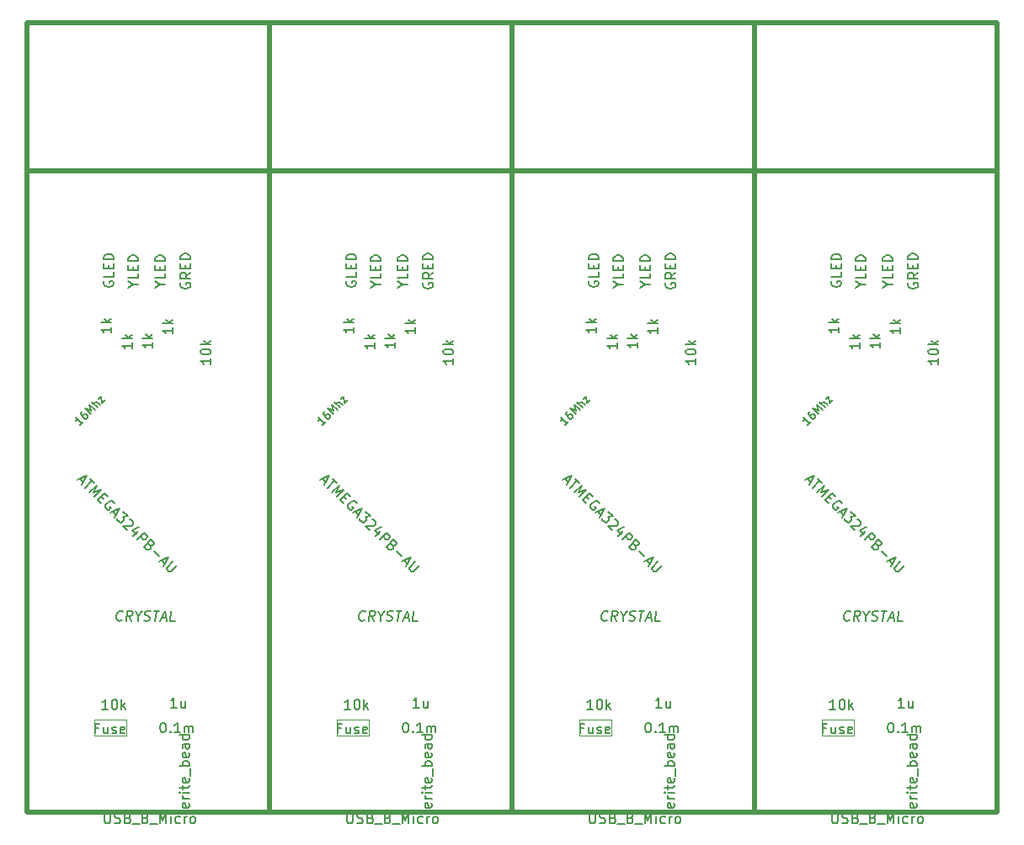
<source format=gbr>
G04 #@! TF.GenerationSoftware,KiCad,Pcbnew,6.0.0-unknown-16cf1a4~86~ubuntu16.04.1*
G04 #@! TF.CreationDate,2019-07-03T13:53:05+02:00*
G04 #@! TF.ProjectId,nano324,6e616e6f-3332-4342-9e6b-696361645f70,rev?*
G04 #@! TF.SameCoordinates,Original*
G04 #@! TF.FileFunction,Other,Fab,Top*
%FSLAX46Y46*%
G04 Gerber Fmt 4.6, Leading zero omitted, Abs format (unit mm)*
G04 Created by KiCad (PCBNEW 6.0.0-unknown-16cf1a4~86~ubuntu16.04.1) date 2019-07-03 13:53:05*
%MOMM*%
%LPD*%
G04 APERTURE LIST*
%ADD10C,0.500000*%
%ADD11C,0.100000*%
%ADD12C,0.150000*%
G04 APERTURE END LIST*
D10*
X147929600Y-59893200D02*
X147929600Y-45008800D01*
X123545600Y-59893200D02*
X123545600Y-45008800D01*
X99161600Y-59893200D02*
X99161600Y-45008800D01*
X74777600Y-59893200D02*
X74777600Y-45008800D01*
X172313600Y-45008800D02*
X74777600Y-45008800D01*
X172316140Y-59893200D02*
X172313600Y-45008800D01*
X147929600Y-59893200D02*
X172313600Y-59893200D01*
X147929600Y-124409200D02*
X147929600Y-59893200D01*
X172316140Y-59893200D02*
X172313600Y-124409200D01*
X172313600Y-124409200D02*
X147929600Y-124409200D01*
X123545600Y-59893200D02*
X147929600Y-59893200D01*
X123545600Y-124409200D02*
X123545600Y-59893200D01*
X147932140Y-59893200D02*
X147929600Y-124409200D01*
X147929600Y-124409200D02*
X123545600Y-124409200D01*
X99161600Y-59893200D02*
X123545600Y-59893200D01*
X99161600Y-124409200D02*
X99161600Y-59893200D01*
X123548140Y-59893200D02*
X123545600Y-124409200D01*
X123545600Y-124409200D02*
X99161600Y-124409200D01*
X99164140Y-59893200D02*
X99161600Y-124409200D01*
X74777600Y-124409200D02*
X74777600Y-59893200D01*
X74777600Y-59893200D02*
X99161600Y-59893200D01*
X99161600Y-124409200D02*
X74777600Y-124409200D01*
D11*
X154737000Y-115166240D02*
X157937000Y-115166240D01*
X157937000Y-115166240D02*
X157937000Y-116766240D01*
X157937000Y-116766240D02*
X154737000Y-116766240D01*
X154737000Y-116766240D02*
X154737000Y-115166240D01*
X130353000Y-115166240D02*
X133553000Y-115166240D01*
X133553000Y-115166240D02*
X133553000Y-116766240D01*
X133553000Y-116766240D02*
X130353000Y-116766240D01*
X130353000Y-116766240D02*
X130353000Y-115166240D01*
X105969000Y-115166240D02*
X109169000Y-115166240D01*
X109169000Y-115166240D02*
X109169000Y-116766240D01*
X109169000Y-116766240D02*
X105969000Y-116766240D01*
X105969000Y-116766240D02*
X105969000Y-115166240D01*
X81585000Y-115166240D02*
X84785000Y-115166240D01*
X84785000Y-115166240D02*
X84785000Y-116766240D01*
X84785000Y-116766240D02*
X81585000Y-116766240D01*
X81585000Y-116766240D02*
X81585000Y-115166240D01*
D12*
X162600900Y-75696747D02*
X162600900Y-76268176D01*
X162600900Y-75982461D02*
X161600900Y-75982461D01*
X161743758Y-76077700D01*
X161838996Y-76172938D01*
X161886615Y-76268176D01*
X162600900Y-75268176D02*
X161600900Y-75268176D01*
X162219948Y-75172938D02*
X162600900Y-74887223D01*
X161934234Y-74887223D02*
X162315186Y-75268176D01*
X166403280Y-78786598D02*
X166403280Y-79358026D01*
X166403280Y-79072312D02*
X165403280Y-79072312D01*
X165546138Y-79167550D01*
X165641376Y-79262788D01*
X165688995Y-79358026D01*
X165403280Y-78167550D02*
X165403280Y-78072312D01*
X165450900Y-77977074D01*
X165498519Y-77929455D01*
X165593757Y-77881836D01*
X165784233Y-77834217D01*
X166022328Y-77834217D01*
X166212804Y-77881836D01*
X166308042Y-77929455D01*
X166355661Y-77977074D01*
X166403280Y-78072312D01*
X166403280Y-78167550D01*
X166355661Y-78262788D01*
X166308042Y-78310407D01*
X166212804Y-78358026D01*
X166022328Y-78405645D01*
X165784233Y-78405645D01*
X165593757Y-78358026D01*
X165498519Y-78310407D01*
X165450900Y-78262788D01*
X165403280Y-78167550D01*
X166403280Y-77405645D02*
X165403280Y-77405645D01*
X166022328Y-77310407D02*
X166403280Y-77024693D01*
X165736614Y-77024693D02*
X166117566Y-77405645D01*
X161324610Y-71377322D02*
X161800800Y-71377322D01*
X160800800Y-71710656D02*
X161324610Y-71377322D01*
X160800800Y-71043989D01*
X161800800Y-70234465D02*
X161800800Y-70710656D01*
X160800800Y-70710656D01*
X161276991Y-69901132D02*
X161276991Y-69567799D01*
X161800800Y-69424941D02*
X161800800Y-69901132D01*
X160800800Y-69901132D01*
X160800800Y-69424941D01*
X161800800Y-68996370D02*
X160800800Y-68996370D01*
X160800800Y-68758275D01*
X160848420Y-68615418D01*
X160943658Y-68520180D01*
X161038896Y-68472560D01*
X161229372Y-68424941D01*
X161372229Y-68424941D01*
X161562705Y-68472560D01*
X161657943Y-68520180D01*
X161753181Y-68615418D01*
X161800800Y-68758275D01*
X161800800Y-68996370D01*
X163421001Y-71207875D02*
X163373381Y-71303113D01*
X163373381Y-71445970D01*
X163421001Y-71588827D01*
X163516239Y-71684065D01*
X163611477Y-71731684D01*
X163801953Y-71779303D01*
X163944810Y-71779303D01*
X164135286Y-71731684D01*
X164230524Y-71684065D01*
X164325762Y-71588827D01*
X164373381Y-71445970D01*
X164373381Y-71350732D01*
X164325762Y-71207875D01*
X164278143Y-71160256D01*
X163944810Y-71160256D01*
X163944810Y-71350732D01*
X164373381Y-70160256D02*
X163897191Y-70493589D01*
X164373381Y-70731684D02*
X163373381Y-70731684D01*
X163373381Y-70350732D01*
X163421001Y-70255494D01*
X163468620Y-70207875D01*
X163563858Y-70160256D01*
X163706715Y-70160256D01*
X163801953Y-70207875D01*
X163849572Y-70255494D01*
X163897191Y-70350732D01*
X163897191Y-70731684D01*
X163849572Y-69731684D02*
X163849572Y-69398351D01*
X164373381Y-69255494D02*
X164373381Y-69731684D01*
X163373381Y-69731684D01*
X163373381Y-69255494D01*
X164373381Y-68826922D02*
X163373381Y-68826922D01*
X163373381Y-68588827D01*
X163421001Y-68445970D01*
X163516239Y-68350732D01*
X163611477Y-68303113D01*
X163801953Y-68255494D01*
X163944810Y-68255494D01*
X164135286Y-68303113D01*
X164230524Y-68350732D01*
X164325762Y-68445970D01*
X164373381Y-68588827D01*
X164373381Y-68826922D01*
X163575074Y-124644279D02*
X163575074Y-124263326D01*
X164241740Y-124501421D02*
X163384598Y-124501421D01*
X163289360Y-124453802D01*
X163241740Y-124358564D01*
X163241740Y-124263326D01*
X164194121Y-123549040D02*
X164241740Y-123644279D01*
X164241740Y-123834755D01*
X164194121Y-123929993D01*
X164098883Y-123977612D01*
X163717931Y-123977612D01*
X163622693Y-123929993D01*
X163575074Y-123834755D01*
X163575074Y-123644279D01*
X163622693Y-123549040D01*
X163717931Y-123501421D01*
X163813169Y-123501421D01*
X163908407Y-123977612D01*
X164241740Y-123072850D02*
X163575074Y-123072850D01*
X163765550Y-123072850D02*
X163670312Y-123025231D01*
X163622693Y-122977612D01*
X163575074Y-122882374D01*
X163575074Y-122787136D01*
X164241740Y-122453802D02*
X163575074Y-122453802D01*
X163241740Y-122453802D02*
X163289360Y-122501421D01*
X163336979Y-122453802D01*
X163289360Y-122406183D01*
X163241740Y-122453802D01*
X163336979Y-122453802D01*
X163575074Y-122120469D02*
X163575074Y-121739517D01*
X163241740Y-121977612D02*
X164098883Y-121977612D01*
X164194121Y-121929993D01*
X164241740Y-121834755D01*
X164241740Y-121739517D01*
X164194121Y-121025231D02*
X164241740Y-121120469D01*
X164241740Y-121310945D01*
X164194121Y-121406183D01*
X164098883Y-121453802D01*
X163717931Y-121453802D01*
X163622693Y-121406183D01*
X163575074Y-121310945D01*
X163575074Y-121120469D01*
X163622693Y-121025231D01*
X163717931Y-120977612D01*
X163813169Y-120977612D01*
X163908407Y-121453802D01*
X164336979Y-120787136D02*
X164336979Y-120025231D01*
X164241740Y-119787136D02*
X163241740Y-119787136D01*
X163622693Y-119787136D02*
X163575074Y-119691898D01*
X163575074Y-119501421D01*
X163622693Y-119406183D01*
X163670312Y-119358564D01*
X163765550Y-119310945D01*
X164051264Y-119310945D01*
X164146502Y-119358564D01*
X164194121Y-119406183D01*
X164241740Y-119501421D01*
X164241740Y-119691898D01*
X164194121Y-119787136D01*
X164194121Y-118501421D02*
X164241740Y-118596660D01*
X164241740Y-118787136D01*
X164194121Y-118882374D01*
X164098883Y-118929993D01*
X163717931Y-118929993D01*
X163622693Y-118882374D01*
X163575074Y-118787136D01*
X163575074Y-118596660D01*
X163622693Y-118501421D01*
X163717931Y-118453802D01*
X163813169Y-118453802D01*
X163908407Y-118929993D01*
X164241740Y-117596660D02*
X163717931Y-117596660D01*
X163622693Y-117644279D01*
X163575074Y-117739517D01*
X163575074Y-117929993D01*
X163622693Y-118025231D01*
X164194121Y-117596660D02*
X164241740Y-117691898D01*
X164241740Y-117929993D01*
X164194121Y-118025231D01*
X164098883Y-118072850D01*
X164003645Y-118072850D01*
X163908407Y-118025231D01*
X163860788Y-117929993D01*
X163860788Y-117691898D01*
X163813169Y-117596660D01*
X164241740Y-116691898D02*
X163241740Y-116691898D01*
X164194121Y-116691898D02*
X164241740Y-116787136D01*
X164241740Y-116977612D01*
X164194121Y-117072850D01*
X164146502Y-117120469D01*
X164051264Y-117168088D01*
X163765550Y-117168088D01*
X163670312Y-117120469D01*
X163622693Y-117072850D01*
X163575074Y-116977612D01*
X163575074Y-116787136D01*
X163622693Y-116691898D01*
X161581008Y-115433860D02*
X161676246Y-115433860D01*
X161771484Y-115481480D01*
X161819103Y-115529099D01*
X161866722Y-115624337D01*
X161914341Y-115814813D01*
X161914341Y-116052908D01*
X161866722Y-116243384D01*
X161819103Y-116338622D01*
X161771484Y-116386241D01*
X161676246Y-116433860D01*
X161581008Y-116433860D01*
X161485770Y-116386241D01*
X161438151Y-116338622D01*
X161390532Y-116243384D01*
X161342913Y-116052908D01*
X161342913Y-115814813D01*
X161390532Y-115624337D01*
X161438151Y-115529099D01*
X161485770Y-115481480D01*
X161581008Y-115433860D01*
X162342913Y-116338622D02*
X162390532Y-116386241D01*
X162342913Y-116433860D01*
X162295294Y-116386241D01*
X162342913Y-116338622D01*
X162342913Y-116433860D01*
X163342913Y-116433860D02*
X162771484Y-116433860D01*
X163057199Y-116433860D02*
X163057199Y-115433860D01*
X162961960Y-115576718D01*
X162866722Y-115671956D01*
X162771484Y-115719575D01*
X163771484Y-116433860D02*
X163771484Y-115767194D01*
X163771484Y-115862432D02*
X163819103Y-115814813D01*
X163914341Y-115767194D01*
X164057199Y-115767194D01*
X164152437Y-115814813D01*
X164200056Y-115910051D01*
X164200056Y-116433860D01*
X164200056Y-115910051D02*
X164247675Y-115814813D01*
X164342913Y-115767194D01*
X164485770Y-115767194D01*
X164581008Y-115814813D01*
X164628627Y-115910051D01*
X164628627Y-116433860D01*
X155117942Y-115996411D02*
X154784609Y-115996411D01*
X154784609Y-116520220D02*
X154784609Y-115520220D01*
X155260800Y-115520220D01*
X156070323Y-115853554D02*
X156070323Y-116520220D01*
X155641752Y-115853554D02*
X155641752Y-116377363D01*
X155689371Y-116472601D01*
X155784609Y-116520220D01*
X155927466Y-116520220D01*
X156022704Y-116472601D01*
X156070323Y-116424982D01*
X156498895Y-116472601D02*
X156594133Y-116520220D01*
X156784609Y-116520220D01*
X156879847Y-116472601D01*
X156927466Y-116377363D01*
X156927466Y-116329744D01*
X156879847Y-116234506D01*
X156784609Y-116186887D01*
X156641752Y-116186887D01*
X156546514Y-116139268D01*
X156498895Y-116044030D01*
X156498895Y-115996411D01*
X156546514Y-115901173D01*
X156641752Y-115853554D01*
X156784609Y-115853554D01*
X156879847Y-115901173D01*
X157736990Y-116472601D02*
X157641752Y-116520220D01*
X157451276Y-116520220D01*
X157356038Y-116472601D01*
X157308419Y-116377363D01*
X157308419Y-115996411D01*
X157356038Y-115901173D01*
X157451276Y-115853554D01*
X157641752Y-115853554D01*
X157736990Y-115901173D01*
X157784609Y-115996411D01*
X157784609Y-116091649D01*
X157308419Y-116186887D01*
X156382980Y-75633247D02*
X156382980Y-76204676D01*
X156382980Y-75918961D02*
X155382980Y-75918961D01*
X155525838Y-76014200D01*
X155621076Y-76109438D01*
X155668695Y-76204676D01*
X156382980Y-75204676D02*
X155382980Y-75204676D01*
X156002028Y-75109438D02*
X156382980Y-74823723D01*
X155716314Y-74823723D02*
X156097266Y-75204676D01*
X158642370Y-71374782D02*
X159118560Y-71374782D01*
X158118560Y-71708116D02*
X158642370Y-71374782D01*
X158118560Y-71041449D01*
X159118560Y-70231925D02*
X159118560Y-70708116D01*
X158118560Y-70708116D01*
X158594751Y-69898592D02*
X158594751Y-69565259D01*
X159118560Y-69422401D02*
X159118560Y-69898592D01*
X158118560Y-69898592D01*
X158118560Y-69422401D01*
X159118560Y-68993830D02*
X158118560Y-68993830D01*
X158118560Y-68755735D01*
X158166180Y-68612878D01*
X158261418Y-68517640D01*
X158356656Y-68470020D01*
X158547132Y-68422401D01*
X158689989Y-68422401D01*
X158880465Y-68470020D01*
X158975703Y-68517640D01*
X159070941Y-68612878D01*
X159118560Y-68755735D01*
X159118560Y-68993830D01*
X153248847Y-90873550D02*
X153585564Y-91210267D01*
X152979473Y-91008237D02*
X153922282Y-90536832D01*
X153450877Y-91479641D01*
X154292671Y-90907222D02*
X154696732Y-91311283D01*
X153787595Y-91816359D02*
X154494701Y-91109252D01*
X154225327Y-92254092D02*
X154932434Y-91546985D01*
X154663060Y-92287763D01*
X155403839Y-92018389D01*
X154696732Y-92725496D01*
X155403839Y-92691825D02*
X155639541Y-92927527D01*
X155370167Y-93398931D02*
X155033449Y-93062214D01*
X155740556Y-92355107D01*
X156077274Y-92691825D01*
X156717037Y-93398931D02*
X156683365Y-93297916D01*
X156582350Y-93196901D01*
X156447663Y-93129557D01*
X156312976Y-93129557D01*
X156211961Y-93163229D01*
X156043602Y-93264244D01*
X155942587Y-93365260D01*
X155841572Y-93533618D01*
X155807900Y-93634634D01*
X155807900Y-93769321D01*
X155875243Y-93904008D01*
X155942587Y-93971351D01*
X156077274Y-94038695D01*
X156144617Y-94038695D01*
X156380320Y-93802992D01*
X156245633Y-93668305D01*
X156548678Y-94173382D02*
X156885396Y-94510099D01*
X156279304Y-94308069D02*
X157222113Y-93836664D01*
X156750709Y-94779473D01*
X157626174Y-94240725D02*
X158063907Y-94678458D01*
X157558831Y-94712130D01*
X157659846Y-94813145D01*
X157693518Y-94914160D01*
X157693518Y-94981504D01*
X157659846Y-95082519D01*
X157491487Y-95250878D01*
X157390472Y-95284549D01*
X157323129Y-95284549D01*
X157222113Y-95250878D01*
X157020083Y-95048847D01*
X156986411Y-94947832D01*
X156986411Y-94880488D01*
X158265938Y-95015175D02*
X158333281Y-95015175D01*
X158434296Y-95048847D01*
X158602655Y-95217206D01*
X158636327Y-95318221D01*
X158636327Y-95385565D01*
X158602655Y-95486580D01*
X158535312Y-95553923D01*
X158400625Y-95621267D01*
X157592503Y-95621267D01*
X158030235Y-96059000D01*
X159107731Y-96193687D02*
X158636327Y-96665091D01*
X159208747Y-95755954D02*
X158535312Y-96092671D01*
X158973044Y-96530404D01*
X159006716Y-97035480D02*
X159713823Y-96328374D01*
X159983197Y-96597748D01*
X160016869Y-96698763D01*
X160016869Y-96766106D01*
X159983197Y-96867122D01*
X159882182Y-96968137D01*
X159781166Y-97001809D01*
X159713823Y-97001809D01*
X159612808Y-96968137D01*
X159343434Y-96698763D01*
X160319914Y-97607900D02*
X160387258Y-97742587D01*
X160387258Y-97809931D01*
X160353586Y-97910946D01*
X160252571Y-98011961D01*
X160151556Y-98045633D01*
X160084212Y-98045633D01*
X159983197Y-98011961D01*
X159713823Y-97742587D01*
X160420930Y-97035480D01*
X160656632Y-97271183D01*
X160690304Y-97372198D01*
X160690304Y-97439541D01*
X160656632Y-97540557D01*
X160589288Y-97607900D01*
X160488273Y-97641572D01*
X160420930Y-97641572D01*
X160319914Y-97607900D01*
X160084212Y-97372198D01*
X160690304Y-98180320D02*
X161229052Y-98719068D01*
X161464754Y-99089457D02*
X161801472Y-99426175D01*
X161195380Y-99224144D02*
X162138189Y-98752740D01*
X161666785Y-99695549D01*
X162609594Y-99224144D02*
X162037174Y-99796564D01*
X162003502Y-99897579D01*
X162003502Y-99964923D01*
X162037174Y-100065938D01*
X162171861Y-100200625D01*
X162272876Y-100234297D01*
X162340220Y-100234297D01*
X162441235Y-100200625D01*
X163013655Y-99628205D01*
X157477615Y-105094042D02*
X157424044Y-105141661D01*
X157275234Y-105189280D01*
X157179996Y-105189280D01*
X157043092Y-105141661D01*
X156959758Y-105046423D01*
X156924044Y-104951185D01*
X156900234Y-104760709D01*
X156918092Y-104617852D01*
X156989520Y-104427376D01*
X157049044Y-104332138D01*
X157156187Y-104236900D01*
X157304996Y-104189280D01*
X157400234Y-104189280D01*
X157537139Y-104236900D01*
X157578806Y-104284519D01*
X158465711Y-105189280D02*
X158191901Y-104713090D01*
X157894282Y-105189280D02*
X158019282Y-104189280D01*
X158400234Y-104189280D01*
X158489520Y-104236900D01*
X158531187Y-104284519D01*
X158566901Y-104379757D01*
X158549044Y-104522614D01*
X158489520Y-104617852D01*
X158435949Y-104665471D01*
X158334758Y-104713090D01*
X157953806Y-104713090D01*
X159144282Y-104713090D02*
X159084758Y-105189280D01*
X158876425Y-104189280D02*
X159144282Y-104713090D01*
X159543092Y-104189280D01*
X159709758Y-105141661D02*
X159846663Y-105189280D01*
X160084758Y-105189280D01*
X160185949Y-105141661D01*
X160239520Y-105094042D01*
X160299044Y-104998804D01*
X160310949Y-104903566D01*
X160275234Y-104808328D01*
X160233568Y-104760709D01*
X160144282Y-104713090D01*
X159959758Y-104665471D01*
X159870472Y-104617852D01*
X159828806Y-104570233D01*
X159793092Y-104474995D01*
X159804996Y-104379757D01*
X159864520Y-104284519D01*
X159918092Y-104236900D01*
X160019282Y-104189280D01*
X160257377Y-104189280D01*
X160394282Y-104236900D01*
X160685949Y-104189280D02*
X161257377Y-104189280D01*
X160846663Y-105189280D02*
X160971663Y-104189280D01*
X161453806Y-104903566D02*
X161929996Y-104903566D01*
X161322853Y-105189280D02*
X161781187Y-104189280D01*
X161989520Y-105189280D01*
X162799044Y-105189280D02*
X162322853Y-105189280D01*
X162447853Y-104189280D01*
X153601107Y-85165789D02*
X153277858Y-85489038D01*
X153439483Y-85327414D02*
X152873797Y-84761728D01*
X152900735Y-84896415D01*
X152900735Y-85004165D01*
X152873797Y-85084977D01*
X153520295Y-84115231D02*
X153412545Y-84222980D01*
X153385608Y-84303793D01*
X153385608Y-84357667D01*
X153412545Y-84492354D01*
X153493358Y-84627041D01*
X153708857Y-84842541D01*
X153789669Y-84869478D01*
X153843544Y-84869478D01*
X153924356Y-84842541D01*
X154032106Y-84734791D01*
X154059043Y-84653979D01*
X154059043Y-84600104D01*
X154032106Y-84519292D01*
X153897419Y-84384605D01*
X153816606Y-84357667D01*
X153762732Y-84357667D01*
X153681919Y-84384605D01*
X153574170Y-84492354D01*
X153547232Y-84573167D01*
X153547232Y-84627041D01*
X153574170Y-84707854D01*
X154382292Y-84384605D02*
X153816606Y-83818919D01*
X154409229Y-84034419D01*
X154193730Y-83441796D01*
X154759415Y-84007481D01*
X155028789Y-83738107D02*
X154463104Y-83172422D01*
X155271226Y-83495671D02*
X154974915Y-83199359D01*
X154894102Y-83172422D01*
X154813290Y-83199359D01*
X154732478Y-83280171D01*
X154705541Y-83360984D01*
X154705541Y-83414858D01*
X155109602Y-82903048D02*
X155405913Y-82606736D01*
X155486725Y-83280171D01*
X155783037Y-82983860D01*
X162980073Y-113898940D02*
X162408644Y-113898940D01*
X162694359Y-113898940D02*
X162694359Y-112898940D01*
X162599120Y-113041798D01*
X162503882Y-113137036D01*
X162408644Y-113184655D01*
X163837216Y-113232274D02*
X163837216Y-113898940D01*
X163408644Y-113232274D02*
X163408644Y-113756083D01*
X163456263Y-113851321D01*
X163551501Y-113898940D01*
X163694359Y-113898940D01*
X163789597Y-113851321D01*
X163837216Y-113803702D01*
X156074501Y-114104680D02*
X155503073Y-114104680D01*
X155788787Y-114104680D02*
X155788787Y-113104680D01*
X155693549Y-113247538D01*
X155598311Y-113342776D01*
X155503073Y-113390395D01*
X156693549Y-113104680D02*
X156788787Y-113104680D01*
X156884025Y-113152300D01*
X156931644Y-113199919D01*
X156979263Y-113295157D01*
X157026882Y-113485633D01*
X157026882Y-113723728D01*
X156979263Y-113914204D01*
X156931644Y-114009442D01*
X156884025Y-114057061D01*
X156788787Y-114104680D01*
X156693549Y-114104680D01*
X156598311Y-114057061D01*
X156550692Y-114009442D01*
X156503073Y-113914204D01*
X156455454Y-113723728D01*
X156455454Y-113485633D01*
X156503073Y-113295157D01*
X156550692Y-113199919D01*
X156598311Y-113152300D01*
X156693549Y-113104680D01*
X157455454Y-114104680D02*
X157455454Y-113104680D01*
X157550692Y-113723728D02*
X157836406Y-114104680D01*
X157836406Y-113438014D02*
X157455454Y-113818966D01*
X158498800Y-77223287D02*
X158498800Y-77794716D01*
X158498800Y-77509001D02*
X157498800Y-77509001D01*
X157641658Y-77604240D01*
X157736896Y-77699478D01*
X157784515Y-77794716D01*
X158498800Y-76794716D02*
X157498800Y-76794716D01*
X158117848Y-76699478D02*
X158498800Y-76413763D01*
X157832134Y-76413763D02*
X158213086Y-76794716D01*
X155750190Y-124546780D02*
X155750190Y-125356304D01*
X155797809Y-125451542D01*
X155845428Y-125499161D01*
X155940666Y-125546780D01*
X156131142Y-125546780D01*
X156226380Y-125499161D01*
X156274000Y-125451542D01*
X156321619Y-125356304D01*
X156321619Y-124546780D01*
X156750190Y-125499161D02*
X156893047Y-125546780D01*
X157131142Y-125546780D01*
X157226380Y-125499161D01*
X157274000Y-125451542D01*
X157321619Y-125356304D01*
X157321619Y-125261066D01*
X157274000Y-125165828D01*
X157226380Y-125118209D01*
X157131142Y-125070590D01*
X156940666Y-125022971D01*
X156845428Y-124975352D01*
X156797809Y-124927733D01*
X156750190Y-124832495D01*
X156750190Y-124737257D01*
X156797809Y-124642019D01*
X156845428Y-124594400D01*
X156940666Y-124546780D01*
X157178761Y-124546780D01*
X157321619Y-124594400D01*
X158083523Y-125022971D02*
X158226380Y-125070590D01*
X158274000Y-125118209D01*
X158321619Y-125213447D01*
X158321619Y-125356304D01*
X158274000Y-125451542D01*
X158226380Y-125499161D01*
X158131142Y-125546780D01*
X157750190Y-125546780D01*
X157750190Y-124546780D01*
X158083523Y-124546780D01*
X158178761Y-124594400D01*
X158226380Y-124642019D01*
X158274000Y-124737257D01*
X158274000Y-124832495D01*
X158226380Y-124927733D01*
X158178761Y-124975352D01*
X158083523Y-125022971D01*
X157750190Y-125022971D01*
X158512095Y-125642019D02*
X159274000Y-125642019D01*
X159845428Y-125022971D02*
X159988285Y-125070590D01*
X160035904Y-125118209D01*
X160083523Y-125213447D01*
X160083523Y-125356304D01*
X160035904Y-125451542D01*
X159988285Y-125499161D01*
X159893047Y-125546780D01*
X159512095Y-125546780D01*
X159512095Y-124546780D01*
X159845428Y-124546780D01*
X159940666Y-124594400D01*
X159988285Y-124642019D01*
X160035904Y-124737257D01*
X160035904Y-124832495D01*
X159988285Y-124927733D01*
X159940666Y-124975352D01*
X159845428Y-125022971D01*
X159512095Y-125022971D01*
X160274000Y-125642019D02*
X161035904Y-125642019D01*
X161274000Y-125546780D02*
X161274000Y-124546780D01*
X161607333Y-125261066D01*
X161940666Y-124546780D01*
X161940666Y-125546780D01*
X162416857Y-125546780D02*
X162416857Y-124880114D01*
X162416857Y-124546780D02*
X162369238Y-124594400D01*
X162416857Y-124642019D01*
X162464476Y-124594400D01*
X162416857Y-124546780D01*
X162416857Y-124642019D01*
X163321619Y-125499161D02*
X163226380Y-125546780D01*
X163035904Y-125546780D01*
X162940666Y-125499161D01*
X162893047Y-125451542D01*
X162845428Y-125356304D01*
X162845428Y-125070590D01*
X162893047Y-124975352D01*
X162940666Y-124927733D01*
X163035904Y-124880114D01*
X163226380Y-124880114D01*
X163321619Y-124927733D01*
X163750190Y-125546780D02*
X163750190Y-124880114D01*
X163750190Y-125070590D02*
X163797809Y-124975352D01*
X163845428Y-124927733D01*
X163940666Y-124880114D01*
X164035904Y-124880114D01*
X164512095Y-125546780D02*
X164416857Y-125499161D01*
X164369238Y-125451542D01*
X164321619Y-125356304D01*
X164321619Y-125070590D01*
X164369238Y-124975352D01*
X164416857Y-124927733D01*
X164512095Y-124880114D01*
X164654952Y-124880114D01*
X164750190Y-124927733D01*
X164797809Y-124975352D01*
X164845428Y-125070590D01*
X164845428Y-125356304D01*
X164797809Y-125451542D01*
X164750190Y-125499161D01*
X164654952Y-125546780D01*
X164512095Y-125546780D01*
X160558740Y-77169947D02*
X160558740Y-77741376D01*
X160558740Y-77455661D02*
X159558740Y-77455661D01*
X159701598Y-77550900D01*
X159796836Y-77646138D01*
X159844455Y-77741376D01*
X160558740Y-76741376D02*
X159558740Y-76741376D01*
X160177788Y-76646138D02*
X160558740Y-76360423D01*
X159892074Y-76360423D02*
X160273026Y-76741376D01*
X155710000Y-71039218D02*
X155662380Y-71134456D01*
X155662380Y-71277313D01*
X155710000Y-71420170D01*
X155805238Y-71515408D01*
X155900476Y-71563027D01*
X156090952Y-71610646D01*
X156233809Y-71610646D01*
X156424285Y-71563027D01*
X156519523Y-71515408D01*
X156614761Y-71420170D01*
X156662380Y-71277313D01*
X156662380Y-71182075D01*
X156614761Y-71039218D01*
X156567142Y-70991599D01*
X156233809Y-70991599D01*
X156233809Y-71182075D01*
X156662380Y-70086837D02*
X156662380Y-70563027D01*
X155662380Y-70563027D01*
X156138571Y-69753503D02*
X156138571Y-69420170D01*
X156662380Y-69277313D02*
X156662380Y-69753503D01*
X155662380Y-69753503D01*
X155662380Y-69277313D01*
X156662380Y-68848741D02*
X155662380Y-68848741D01*
X155662380Y-68610646D01*
X155710000Y-68467789D01*
X155805238Y-68372551D01*
X155900476Y-68324932D01*
X156090952Y-68277313D01*
X156233809Y-68277313D01*
X156424285Y-68324932D01*
X156519523Y-68372551D01*
X156614761Y-68467789D01*
X156662380Y-68610646D01*
X156662380Y-68848741D01*
X138216900Y-75696747D02*
X138216900Y-76268176D01*
X138216900Y-75982461D02*
X137216900Y-75982461D01*
X137359758Y-76077700D01*
X137454996Y-76172938D01*
X137502615Y-76268176D01*
X138216900Y-75268176D02*
X137216900Y-75268176D01*
X137835948Y-75172938D02*
X138216900Y-74887223D01*
X137550234Y-74887223D02*
X137931186Y-75268176D01*
X142019280Y-78786598D02*
X142019280Y-79358026D01*
X142019280Y-79072312D02*
X141019280Y-79072312D01*
X141162138Y-79167550D01*
X141257376Y-79262788D01*
X141304995Y-79358026D01*
X141019280Y-78167550D02*
X141019280Y-78072312D01*
X141066900Y-77977074D01*
X141114519Y-77929455D01*
X141209757Y-77881836D01*
X141400233Y-77834217D01*
X141638328Y-77834217D01*
X141828804Y-77881836D01*
X141924042Y-77929455D01*
X141971661Y-77977074D01*
X142019280Y-78072312D01*
X142019280Y-78167550D01*
X141971661Y-78262788D01*
X141924042Y-78310407D01*
X141828804Y-78358026D01*
X141638328Y-78405645D01*
X141400233Y-78405645D01*
X141209757Y-78358026D01*
X141114519Y-78310407D01*
X141066900Y-78262788D01*
X141019280Y-78167550D01*
X142019280Y-77405645D02*
X141019280Y-77405645D01*
X141638328Y-77310407D02*
X142019280Y-77024693D01*
X141352614Y-77024693D02*
X141733566Y-77405645D01*
X136940610Y-71377322D02*
X137416800Y-71377322D01*
X136416800Y-71710656D02*
X136940610Y-71377322D01*
X136416800Y-71043989D01*
X137416800Y-70234465D02*
X137416800Y-70710656D01*
X136416800Y-70710656D01*
X136892991Y-69901132D02*
X136892991Y-69567799D01*
X137416800Y-69424941D02*
X137416800Y-69901132D01*
X136416800Y-69901132D01*
X136416800Y-69424941D01*
X137416800Y-68996370D02*
X136416800Y-68996370D01*
X136416800Y-68758275D01*
X136464420Y-68615418D01*
X136559658Y-68520180D01*
X136654896Y-68472560D01*
X136845372Y-68424941D01*
X136988229Y-68424941D01*
X137178705Y-68472560D01*
X137273943Y-68520180D01*
X137369181Y-68615418D01*
X137416800Y-68758275D01*
X137416800Y-68996370D01*
X139037001Y-71207875D02*
X138989381Y-71303113D01*
X138989381Y-71445970D01*
X139037001Y-71588827D01*
X139132239Y-71684065D01*
X139227477Y-71731684D01*
X139417953Y-71779303D01*
X139560810Y-71779303D01*
X139751286Y-71731684D01*
X139846524Y-71684065D01*
X139941762Y-71588827D01*
X139989381Y-71445970D01*
X139989381Y-71350732D01*
X139941762Y-71207875D01*
X139894143Y-71160256D01*
X139560810Y-71160256D01*
X139560810Y-71350732D01*
X139989381Y-70160256D02*
X139513191Y-70493589D01*
X139989381Y-70731684D02*
X138989381Y-70731684D01*
X138989381Y-70350732D01*
X139037001Y-70255494D01*
X139084620Y-70207875D01*
X139179858Y-70160256D01*
X139322715Y-70160256D01*
X139417953Y-70207875D01*
X139465572Y-70255494D01*
X139513191Y-70350732D01*
X139513191Y-70731684D01*
X139465572Y-69731684D02*
X139465572Y-69398351D01*
X139989381Y-69255494D02*
X139989381Y-69731684D01*
X138989381Y-69731684D01*
X138989381Y-69255494D01*
X139989381Y-68826922D02*
X138989381Y-68826922D01*
X138989381Y-68588827D01*
X139037001Y-68445970D01*
X139132239Y-68350732D01*
X139227477Y-68303113D01*
X139417953Y-68255494D01*
X139560810Y-68255494D01*
X139751286Y-68303113D01*
X139846524Y-68350732D01*
X139941762Y-68445970D01*
X139989381Y-68588827D01*
X139989381Y-68826922D01*
X139191074Y-124644279D02*
X139191074Y-124263326D01*
X139857740Y-124501421D02*
X139000598Y-124501421D01*
X138905360Y-124453802D01*
X138857740Y-124358564D01*
X138857740Y-124263326D01*
X139810121Y-123549040D02*
X139857740Y-123644279D01*
X139857740Y-123834755D01*
X139810121Y-123929993D01*
X139714883Y-123977612D01*
X139333931Y-123977612D01*
X139238693Y-123929993D01*
X139191074Y-123834755D01*
X139191074Y-123644279D01*
X139238693Y-123549040D01*
X139333931Y-123501421D01*
X139429169Y-123501421D01*
X139524407Y-123977612D01*
X139857740Y-123072850D02*
X139191074Y-123072850D01*
X139381550Y-123072850D02*
X139286312Y-123025231D01*
X139238693Y-122977612D01*
X139191074Y-122882374D01*
X139191074Y-122787136D01*
X139857740Y-122453802D02*
X139191074Y-122453802D01*
X138857740Y-122453802D02*
X138905360Y-122501421D01*
X138952979Y-122453802D01*
X138905360Y-122406183D01*
X138857740Y-122453802D01*
X138952979Y-122453802D01*
X139191074Y-122120469D02*
X139191074Y-121739517D01*
X138857740Y-121977612D02*
X139714883Y-121977612D01*
X139810121Y-121929993D01*
X139857740Y-121834755D01*
X139857740Y-121739517D01*
X139810121Y-121025231D02*
X139857740Y-121120469D01*
X139857740Y-121310945D01*
X139810121Y-121406183D01*
X139714883Y-121453802D01*
X139333931Y-121453802D01*
X139238693Y-121406183D01*
X139191074Y-121310945D01*
X139191074Y-121120469D01*
X139238693Y-121025231D01*
X139333931Y-120977612D01*
X139429169Y-120977612D01*
X139524407Y-121453802D01*
X139952979Y-120787136D02*
X139952979Y-120025231D01*
X139857740Y-119787136D02*
X138857740Y-119787136D01*
X139238693Y-119787136D02*
X139191074Y-119691898D01*
X139191074Y-119501421D01*
X139238693Y-119406183D01*
X139286312Y-119358564D01*
X139381550Y-119310945D01*
X139667264Y-119310945D01*
X139762502Y-119358564D01*
X139810121Y-119406183D01*
X139857740Y-119501421D01*
X139857740Y-119691898D01*
X139810121Y-119787136D01*
X139810121Y-118501421D02*
X139857740Y-118596660D01*
X139857740Y-118787136D01*
X139810121Y-118882374D01*
X139714883Y-118929993D01*
X139333931Y-118929993D01*
X139238693Y-118882374D01*
X139191074Y-118787136D01*
X139191074Y-118596660D01*
X139238693Y-118501421D01*
X139333931Y-118453802D01*
X139429169Y-118453802D01*
X139524407Y-118929993D01*
X139857740Y-117596660D02*
X139333931Y-117596660D01*
X139238693Y-117644279D01*
X139191074Y-117739517D01*
X139191074Y-117929993D01*
X139238693Y-118025231D01*
X139810121Y-117596660D02*
X139857740Y-117691898D01*
X139857740Y-117929993D01*
X139810121Y-118025231D01*
X139714883Y-118072850D01*
X139619645Y-118072850D01*
X139524407Y-118025231D01*
X139476788Y-117929993D01*
X139476788Y-117691898D01*
X139429169Y-117596660D01*
X139857740Y-116691898D02*
X138857740Y-116691898D01*
X139810121Y-116691898D02*
X139857740Y-116787136D01*
X139857740Y-116977612D01*
X139810121Y-117072850D01*
X139762502Y-117120469D01*
X139667264Y-117168088D01*
X139381550Y-117168088D01*
X139286312Y-117120469D01*
X139238693Y-117072850D01*
X139191074Y-116977612D01*
X139191074Y-116787136D01*
X139238693Y-116691898D01*
X137197008Y-115433860D02*
X137292246Y-115433860D01*
X137387484Y-115481480D01*
X137435103Y-115529099D01*
X137482722Y-115624337D01*
X137530341Y-115814813D01*
X137530341Y-116052908D01*
X137482722Y-116243384D01*
X137435103Y-116338622D01*
X137387484Y-116386241D01*
X137292246Y-116433860D01*
X137197008Y-116433860D01*
X137101770Y-116386241D01*
X137054151Y-116338622D01*
X137006532Y-116243384D01*
X136958913Y-116052908D01*
X136958913Y-115814813D01*
X137006532Y-115624337D01*
X137054151Y-115529099D01*
X137101770Y-115481480D01*
X137197008Y-115433860D01*
X137958913Y-116338622D02*
X138006532Y-116386241D01*
X137958913Y-116433860D01*
X137911294Y-116386241D01*
X137958913Y-116338622D01*
X137958913Y-116433860D01*
X138958913Y-116433860D02*
X138387484Y-116433860D01*
X138673199Y-116433860D02*
X138673199Y-115433860D01*
X138577960Y-115576718D01*
X138482722Y-115671956D01*
X138387484Y-115719575D01*
X139387484Y-116433860D02*
X139387484Y-115767194D01*
X139387484Y-115862432D02*
X139435103Y-115814813D01*
X139530341Y-115767194D01*
X139673199Y-115767194D01*
X139768437Y-115814813D01*
X139816056Y-115910051D01*
X139816056Y-116433860D01*
X139816056Y-115910051D02*
X139863675Y-115814813D01*
X139958913Y-115767194D01*
X140101770Y-115767194D01*
X140197008Y-115814813D01*
X140244627Y-115910051D01*
X140244627Y-116433860D01*
X130733942Y-115996411D02*
X130400609Y-115996411D01*
X130400609Y-116520220D02*
X130400609Y-115520220D01*
X130876800Y-115520220D01*
X131686323Y-115853554D02*
X131686323Y-116520220D01*
X131257752Y-115853554D02*
X131257752Y-116377363D01*
X131305371Y-116472601D01*
X131400609Y-116520220D01*
X131543466Y-116520220D01*
X131638704Y-116472601D01*
X131686323Y-116424982D01*
X132114895Y-116472601D02*
X132210133Y-116520220D01*
X132400609Y-116520220D01*
X132495847Y-116472601D01*
X132543466Y-116377363D01*
X132543466Y-116329744D01*
X132495847Y-116234506D01*
X132400609Y-116186887D01*
X132257752Y-116186887D01*
X132162514Y-116139268D01*
X132114895Y-116044030D01*
X132114895Y-115996411D01*
X132162514Y-115901173D01*
X132257752Y-115853554D01*
X132400609Y-115853554D01*
X132495847Y-115901173D01*
X133352990Y-116472601D02*
X133257752Y-116520220D01*
X133067276Y-116520220D01*
X132972038Y-116472601D01*
X132924419Y-116377363D01*
X132924419Y-115996411D01*
X132972038Y-115901173D01*
X133067276Y-115853554D01*
X133257752Y-115853554D01*
X133352990Y-115901173D01*
X133400609Y-115996411D01*
X133400609Y-116091649D01*
X132924419Y-116186887D01*
X131998980Y-75633247D02*
X131998980Y-76204676D01*
X131998980Y-75918961D02*
X130998980Y-75918961D01*
X131141838Y-76014200D01*
X131237076Y-76109438D01*
X131284695Y-76204676D01*
X131998980Y-75204676D02*
X130998980Y-75204676D01*
X131618028Y-75109438D02*
X131998980Y-74823723D01*
X131332314Y-74823723D02*
X131713266Y-75204676D01*
X134258370Y-71374782D02*
X134734560Y-71374782D01*
X133734560Y-71708116D02*
X134258370Y-71374782D01*
X133734560Y-71041449D01*
X134734560Y-70231925D02*
X134734560Y-70708116D01*
X133734560Y-70708116D01*
X134210751Y-69898592D02*
X134210751Y-69565259D01*
X134734560Y-69422401D02*
X134734560Y-69898592D01*
X133734560Y-69898592D01*
X133734560Y-69422401D01*
X134734560Y-68993830D02*
X133734560Y-68993830D01*
X133734560Y-68755735D01*
X133782180Y-68612878D01*
X133877418Y-68517640D01*
X133972656Y-68470020D01*
X134163132Y-68422401D01*
X134305989Y-68422401D01*
X134496465Y-68470020D01*
X134591703Y-68517640D01*
X134686941Y-68612878D01*
X134734560Y-68755735D01*
X134734560Y-68993830D01*
X128864847Y-90873550D02*
X129201564Y-91210267D01*
X128595473Y-91008237D02*
X129538282Y-90536832D01*
X129066877Y-91479641D01*
X129908671Y-90907222D02*
X130312732Y-91311283D01*
X129403595Y-91816359D02*
X130110701Y-91109252D01*
X129841327Y-92254092D02*
X130548434Y-91546985D01*
X130279060Y-92287763D01*
X131019839Y-92018389D01*
X130312732Y-92725496D01*
X131019839Y-92691825D02*
X131255541Y-92927527D01*
X130986167Y-93398931D02*
X130649449Y-93062214D01*
X131356556Y-92355107D01*
X131693274Y-92691825D01*
X132333037Y-93398931D02*
X132299365Y-93297916D01*
X132198350Y-93196901D01*
X132063663Y-93129557D01*
X131928976Y-93129557D01*
X131827961Y-93163229D01*
X131659602Y-93264244D01*
X131558587Y-93365260D01*
X131457572Y-93533618D01*
X131423900Y-93634634D01*
X131423900Y-93769321D01*
X131491243Y-93904008D01*
X131558587Y-93971351D01*
X131693274Y-94038695D01*
X131760617Y-94038695D01*
X131996320Y-93802992D01*
X131861633Y-93668305D01*
X132164678Y-94173382D02*
X132501396Y-94510099D01*
X131895304Y-94308069D02*
X132838113Y-93836664D01*
X132366709Y-94779473D01*
X133242174Y-94240725D02*
X133679907Y-94678458D01*
X133174831Y-94712130D01*
X133275846Y-94813145D01*
X133309518Y-94914160D01*
X133309518Y-94981504D01*
X133275846Y-95082519D01*
X133107487Y-95250878D01*
X133006472Y-95284549D01*
X132939129Y-95284549D01*
X132838113Y-95250878D01*
X132636083Y-95048847D01*
X132602411Y-94947832D01*
X132602411Y-94880488D01*
X133881938Y-95015175D02*
X133949281Y-95015175D01*
X134050296Y-95048847D01*
X134218655Y-95217206D01*
X134252327Y-95318221D01*
X134252327Y-95385565D01*
X134218655Y-95486580D01*
X134151312Y-95553923D01*
X134016625Y-95621267D01*
X133208503Y-95621267D01*
X133646235Y-96059000D01*
X134723731Y-96193687D02*
X134252327Y-96665091D01*
X134824747Y-95755954D02*
X134151312Y-96092671D01*
X134589044Y-96530404D01*
X134622716Y-97035480D02*
X135329823Y-96328374D01*
X135599197Y-96597748D01*
X135632869Y-96698763D01*
X135632869Y-96766106D01*
X135599197Y-96867122D01*
X135498182Y-96968137D01*
X135397166Y-97001809D01*
X135329823Y-97001809D01*
X135228808Y-96968137D01*
X134959434Y-96698763D01*
X135935914Y-97607900D02*
X136003258Y-97742587D01*
X136003258Y-97809931D01*
X135969586Y-97910946D01*
X135868571Y-98011961D01*
X135767556Y-98045633D01*
X135700212Y-98045633D01*
X135599197Y-98011961D01*
X135329823Y-97742587D01*
X136036930Y-97035480D01*
X136272632Y-97271183D01*
X136306304Y-97372198D01*
X136306304Y-97439541D01*
X136272632Y-97540557D01*
X136205288Y-97607900D01*
X136104273Y-97641572D01*
X136036930Y-97641572D01*
X135935914Y-97607900D01*
X135700212Y-97372198D01*
X136306304Y-98180320D02*
X136845052Y-98719068D01*
X137080754Y-99089457D02*
X137417472Y-99426175D01*
X136811380Y-99224144D02*
X137754189Y-98752740D01*
X137282785Y-99695549D01*
X138225594Y-99224144D02*
X137653174Y-99796564D01*
X137619502Y-99897579D01*
X137619502Y-99964923D01*
X137653174Y-100065938D01*
X137787861Y-100200625D01*
X137888876Y-100234297D01*
X137956220Y-100234297D01*
X138057235Y-100200625D01*
X138629655Y-99628205D01*
X133093615Y-105094042D02*
X133040044Y-105141661D01*
X132891234Y-105189280D01*
X132795996Y-105189280D01*
X132659092Y-105141661D01*
X132575758Y-105046423D01*
X132540044Y-104951185D01*
X132516234Y-104760709D01*
X132534092Y-104617852D01*
X132605520Y-104427376D01*
X132665044Y-104332138D01*
X132772187Y-104236900D01*
X132920996Y-104189280D01*
X133016234Y-104189280D01*
X133153139Y-104236900D01*
X133194806Y-104284519D01*
X134081711Y-105189280D02*
X133807901Y-104713090D01*
X133510282Y-105189280D02*
X133635282Y-104189280D01*
X134016234Y-104189280D01*
X134105520Y-104236900D01*
X134147187Y-104284519D01*
X134182901Y-104379757D01*
X134165044Y-104522614D01*
X134105520Y-104617852D01*
X134051949Y-104665471D01*
X133950758Y-104713090D01*
X133569806Y-104713090D01*
X134760282Y-104713090D02*
X134700758Y-105189280D01*
X134492425Y-104189280D02*
X134760282Y-104713090D01*
X135159092Y-104189280D01*
X135325758Y-105141661D02*
X135462663Y-105189280D01*
X135700758Y-105189280D01*
X135801949Y-105141661D01*
X135855520Y-105094042D01*
X135915044Y-104998804D01*
X135926949Y-104903566D01*
X135891234Y-104808328D01*
X135849568Y-104760709D01*
X135760282Y-104713090D01*
X135575758Y-104665471D01*
X135486472Y-104617852D01*
X135444806Y-104570233D01*
X135409092Y-104474995D01*
X135420996Y-104379757D01*
X135480520Y-104284519D01*
X135534092Y-104236900D01*
X135635282Y-104189280D01*
X135873377Y-104189280D01*
X136010282Y-104236900D01*
X136301949Y-104189280D02*
X136873377Y-104189280D01*
X136462663Y-105189280D02*
X136587663Y-104189280D01*
X137069806Y-104903566D02*
X137545996Y-104903566D01*
X136938853Y-105189280D02*
X137397187Y-104189280D01*
X137605520Y-105189280D01*
X138415044Y-105189280D02*
X137938853Y-105189280D01*
X138063853Y-104189280D01*
X129217107Y-85165789D02*
X128893858Y-85489038D01*
X129055483Y-85327414D02*
X128489797Y-84761728D01*
X128516735Y-84896415D01*
X128516735Y-85004165D01*
X128489797Y-85084977D01*
X129136295Y-84115231D02*
X129028545Y-84222980D01*
X129001608Y-84303793D01*
X129001608Y-84357667D01*
X129028545Y-84492354D01*
X129109358Y-84627041D01*
X129324857Y-84842541D01*
X129405669Y-84869478D01*
X129459544Y-84869478D01*
X129540356Y-84842541D01*
X129648106Y-84734791D01*
X129675043Y-84653979D01*
X129675043Y-84600104D01*
X129648106Y-84519292D01*
X129513419Y-84384605D01*
X129432606Y-84357667D01*
X129378732Y-84357667D01*
X129297919Y-84384605D01*
X129190170Y-84492354D01*
X129163232Y-84573167D01*
X129163232Y-84627041D01*
X129190170Y-84707854D01*
X129998292Y-84384605D02*
X129432606Y-83818919D01*
X130025229Y-84034419D01*
X129809730Y-83441796D01*
X130375415Y-84007481D01*
X130644789Y-83738107D02*
X130079104Y-83172422D01*
X130887226Y-83495671D02*
X130590915Y-83199359D01*
X130510102Y-83172422D01*
X130429290Y-83199359D01*
X130348478Y-83280171D01*
X130321541Y-83360984D01*
X130321541Y-83414858D01*
X130725602Y-82903048D02*
X131021913Y-82606736D01*
X131102725Y-83280171D01*
X131399037Y-82983860D01*
X138596073Y-113898940D02*
X138024644Y-113898940D01*
X138310359Y-113898940D02*
X138310359Y-112898940D01*
X138215120Y-113041798D01*
X138119882Y-113137036D01*
X138024644Y-113184655D01*
X139453216Y-113232274D02*
X139453216Y-113898940D01*
X139024644Y-113232274D02*
X139024644Y-113756083D01*
X139072263Y-113851321D01*
X139167501Y-113898940D01*
X139310359Y-113898940D01*
X139405597Y-113851321D01*
X139453216Y-113803702D01*
X131690501Y-114104680D02*
X131119073Y-114104680D01*
X131404787Y-114104680D02*
X131404787Y-113104680D01*
X131309549Y-113247538D01*
X131214311Y-113342776D01*
X131119073Y-113390395D01*
X132309549Y-113104680D02*
X132404787Y-113104680D01*
X132500025Y-113152300D01*
X132547644Y-113199919D01*
X132595263Y-113295157D01*
X132642882Y-113485633D01*
X132642882Y-113723728D01*
X132595263Y-113914204D01*
X132547644Y-114009442D01*
X132500025Y-114057061D01*
X132404787Y-114104680D01*
X132309549Y-114104680D01*
X132214311Y-114057061D01*
X132166692Y-114009442D01*
X132119073Y-113914204D01*
X132071454Y-113723728D01*
X132071454Y-113485633D01*
X132119073Y-113295157D01*
X132166692Y-113199919D01*
X132214311Y-113152300D01*
X132309549Y-113104680D01*
X133071454Y-114104680D02*
X133071454Y-113104680D01*
X133166692Y-113723728D02*
X133452406Y-114104680D01*
X133452406Y-113438014D02*
X133071454Y-113818966D01*
X134114800Y-77223287D02*
X134114800Y-77794716D01*
X134114800Y-77509001D02*
X133114800Y-77509001D01*
X133257658Y-77604240D01*
X133352896Y-77699478D01*
X133400515Y-77794716D01*
X134114800Y-76794716D02*
X133114800Y-76794716D01*
X133733848Y-76699478D02*
X134114800Y-76413763D01*
X133448134Y-76413763D02*
X133829086Y-76794716D01*
X131366190Y-124546780D02*
X131366190Y-125356304D01*
X131413809Y-125451542D01*
X131461428Y-125499161D01*
X131556666Y-125546780D01*
X131747142Y-125546780D01*
X131842380Y-125499161D01*
X131890000Y-125451542D01*
X131937619Y-125356304D01*
X131937619Y-124546780D01*
X132366190Y-125499161D02*
X132509047Y-125546780D01*
X132747142Y-125546780D01*
X132842380Y-125499161D01*
X132890000Y-125451542D01*
X132937619Y-125356304D01*
X132937619Y-125261066D01*
X132890000Y-125165828D01*
X132842380Y-125118209D01*
X132747142Y-125070590D01*
X132556666Y-125022971D01*
X132461428Y-124975352D01*
X132413809Y-124927733D01*
X132366190Y-124832495D01*
X132366190Y-124737257D01*
X132413809Y-124642019D01*
X132461428Y-124594400D01*
X132556666Y-124546780D01*
X132794761Y-124546780D01*
X132937619Y-124594400D01*
X133699523Y-125022971D02*
X133842380Y-125070590D01*
X133890000Y-125118209D01*
X133937619Y-125213447D01*
X133937619Y-125356304D01*
X133890000Y-125451542D01*
X133842380Y-125499161D01*
X133747142Y-125546780D01*
X133366190Y-125546780D01*
X133366190Y-124546780D01*
X133699523Y-124546780D01*
X133794761Y-124594400D01*
X133842380Y-124642019D01*
X133890000Y-124737257D01*
X133890000Y-124832495D01*
X133842380Y-124927733D01*
X133794761Y-124975352D01*
X133699523Y-125022971D01*
X133366190Y-125022971D01*
X134128095Y-125642019D02*
X134890000Y-125642019D01*
X135461428Y-125022971D02*
X135604285Y-125070590D01*
X135651904Y-125118209D01*
X135699523Y-125213447D01*
X135699523Y-125356304D01*
X135651904Y-125451542D01*
X135604285Y-125499161D01*
X135509047Y-125546780D01*
X135128095Y-125546780D01*
X135128095Y-124546780D01*
X135461428Y-124546780D01*
X135556666Y-124594400D01*
X135604285Y-124642019D01*
X135651904Y-124737257D01*
X135651904Y-124832495D01*
X135604285Y-124927733D01*
X135556666Y-124975352D01*
X135461428Y-125022971D01*
X135128095Y-125022971D01*
X135890000Y-125642019D02*
X136651904Y-125642019D01*
X136890000Y-125546780D02*
X136890000Y-124546780D01*
X137223333Y-125261066D01*
X137556666Y-124546780D01*
X137556666Y-125546780D01*
X138032857Y-125546780D02*
X138032857Y-124880114D01*
X138032857Y-124546780D02*
X137985238Y-124594400D01*
X138032857Y-124642019D01*
X138080476Y-124594400D01*
X138032857Y-124546780D01*
X138032857Y-124642019D01*
X138937619Y-125499161D02*
X138842380Y-125546780D01*
X138651904Y-125546780D01*
X138556666Y-125499161D01*
X138509047Y-125451542D01*
X138461428Y-125356304D01*
X138461428Y-125070590D01*
X138509047Y-124975352D01*
X138556666Y-124927733D01*
X138651904Y-124880114D01*
X138842380Y-124880114D01*
X138937619Y-124927733D01*
X139366190Y-125546780D02*
X139366190Y-124880114D01*
X139366190Y-125070590D02*
X139413809Y-124975352D01*
X139461428Y-124927733D01*
X139556666Y-124880114D01*
X139651904Y-124880114D01*
X140128095Y-125546780D02*
X140032857Y-125499161D01*
X139985238Y-125451542D01*
X139937619Y-125356304D01*
X139937619Y-125070590D01*
X139985238Y-124975352D01*
X140032857Y-124927733D01*
X140128095Y-124880114D01*
X140270952Y-124880114D01*
X140366190Y-124927733D01*
X140413809Y-124975352D01*
X140461428Y-125070590D01*
X140461428Y-125356304D01*
X140413809Y-125451542D01*
X140366190Y-125499161D01*
X140270952Y-125546780D01*
X140128095Y-125546780D01*
X136174740Y-77169947D02*
X136174740Y-77741376D01*
X136174740Y-77455661D02*
X135174740Y-77455661D01*
X135317598Y-77550900D01*
X135412836Y-77646138D01*
X135460455Y-77741376D01*
X136174740Y-76741376D02*
X135174740Y-76741376D01*
X135793788Y-76646138D02*
X136174740Y-76360423D01*
X135508074Y-76360423D02*
X135889026Y-76741376D01*
X131326000Y-71039218D02*
X131278380Y-71134456D01*
X131278380Y-71277313D01*
X131326000Y-71420170D01*
X131421238Y-71515408D01*
X131516476Y-71563027D01*
X131706952Y-71610646D01*
X131849809Y-71610646D01*
X132040285Y-71563027D01*
X132135523Y-71515408D01*
X132230761Y-71420170D01*
X132278380Y-71277313D01*
X132278380Y-71182075D01*
X132230761Y-71039218D01*
X132183142Y-70991599D01*
X131849809Y-70991599D01*
X131849809Y-71182075D01*
X132278380Y-70086837D02*
X132278380Y-70563027D01*
X131278380Y-70563027D01*
X131754571Y-69753503D02*
X131754571Y-69420170D01*
X132278380Y-69277313D02*
X132278380Y-69753503D01*
X131278380Y-69753503D01*
X131278380Y-69277313D01*
X132278380Y-68848741D02*
X131278380Y-68848741D01*
X131278380Y-68610646D01*
X131326000Y-68467789D01*
X131421238Y-68372551D01*
X131516476Y-68324932D01*
X131706952Y-68277313D01*
X131849809Y-68277313D01*
X132040285Y-68324932D01*
X132135523Y-68372551D01*
X132230761Y-68467789D01*
X132278380Y-68610646D01*
X132278380Y-68848741D01*
X113832900Y-75696747D02*
X113832900Y-76268176D01*
X113832900Y-75982461D02*
X112832900Y-75982461D01*
X112975758Y-76077700D01*
X113070996Y-76172938D01*
X113118615Y-76268176D01*
X113832900Y-75268176D02*
X112832900Y-75268176D01*
X113451948Y-75172938D02*
X113832900Y-74887223D01*
X113166234Y-74887223D02*
X113547186Y-75268176D01*
X117635280Y-78786598D02*
X117635280Y-79358026D01*
X117635280Y-79072312D02*
X116635280Y-79072312D01*
X116778138Y-79167550D01*
X116873376Y-79262788D01*
X116920995Y-79358026D01*
X116635280Y-78167550D02*
X116635280Y-78072312D01*
X116682900Y-77977074D01*
X116730519Y-77929455D01*
X116825757Y-77881836D01*
X117016233Y-77834217D01*
X117254328Y-77834217D01*
X117444804Y-77881836D01*
X117540042Y-77929455D01*
X117587661Y-77977074D01*
X117635280Y-78072312D01*
X117635280Y-78167550D01*
X117587661Y-78262788D01*
X117540042Y-78310407D01*
X117444804Y-78358026D01*
X117254328Y-78405645D01*
X117016233Y-78405645D01*
X116825757Y-78358026D01*
X116730519Y-78310407D01*
X116682900Y-78262788D01*
X116635280Y-78167550D01*
X117635280Y-77405645D02*
X116635280Y-77405645D01*
X117254328Y-77310407D02*
X117635280Y-77024693D01*
X116968614Y-77024693D02*
X117349566Y-77405645D01*
X112556610Y-71377322D02*
X113032800Y-71377322D01*
X112032800Y-71710656D02*
X112556610Y-71377322D01*
X112032800Y-71043989D01*
X113032800Y-70234465D02*
X113032800Y-70710656D01*
X112032800Y-70710656D01*
X112508991Y-69901132D02*
X112508991Y-69567799D01*
X113032800Y-69424941D02*
X113032800Y-69901132D01*
X112032800Y-69901132D01*
X112032800Y-69424941D01*
X113032800Y-68996370D02*
X112032800Y-68996370D01*
X112032800Y-68758275D01*
X112080420Y-68615418D01*
X112175658Y-68520180D01*
X112270896Y-68472560D01*
X112461372Y-68424941D01*
X112604229Y-68424941D01*
X112794705Y-68472560D01*
X112889943Y-68520180D01*
X112985181Y-68615418D01*
X113032800Y-68758275D01*
X113032800Y-68996370D01*
X114653001Y-71207875D02*
X114605381Y-71303113D01*
X114605381Y-71445970D01*
X114653001Y-71588827D01*
X114748239Y-71684065D01*
X114843477Y-71731684D01*
X115033953Y-71779303D01*
X115176810Y-71779303D01*
X115367286Y-71731684D01*
X115462524Y-71684065D01*
X115557762Y-71588827D01*
X115605381Y-71445970D01*
X115605381Y-71350732D01*
X115557762Y-71207875D01*
X115510143Y-71160256D01*
X115176810Y-71160256D01*
X115176810Y-71350732D01*
X115605381Y-70160256D02*
X115129191Y-70493589D01*
X115605381Y-70731684D02*
X114605381Y-70731684D01*
X114605381Y-70350732D01*
X114653001Y-70255494D01*
X114700620Y-70207875D01*
X114795858Y-70160256D01*
X114938715Y-70160256D01*
X115033953Y-70207875D01*
X115081572Y-70255494D01*
X115129191Y-70350732D01*
X115129191Y-70731684D01*
X115081572Y-69731684D02*
X115081572Y-69398351D01*
X115605381Y-69255494D02*
X115605381Y-69731684D01*
X114605381Y-69731684D01*
X114605381Y-69255494D01*
X115605381Y-68826922D02*
X114605381Y-68826922D01*
X114605381Y-68588827D01*
X114653001Y-68445970D01*
X114748239Y-68350732D01*
X114843477Y-68303113D01*
X115033953Y-68255494D01*
X115176810Y-68255494D01*
X115367286Y-68303113D01*
X115462524Y-68350732D01*
X115557762Y-68445970D01*
X115605381Y-68588827D01*
X115605381Y-68826922D01*
X114807074Y-124644279D02*
X114807074Y-124263326D01*
X115473740Y-124501421D02*
X114616598Y-124501421D01*
X114521360Y-124453802D01*
X114473740Y-124358564D01*
X114473740Y-124263326D01*
X115426121Y-123549040D02*
X115473740Y-123644279D01*
X115473740Y-123834755D01*
X115426121Y-123929993D01*
X115330883Y-123977612D01*
X114949931Y-123977612D01*
X114854693Y-123929993D01*
X114807074Y-123834755D01*
X114807074Y-123644279D01*
X114854693Y-123549040D01*
X114949931Y-123501421D01*
X115045169Y-123501421D01*
X115140407Y-123977612D01*
X115473740Y-123072850D02*
X114807074Y-123072850D01*
X114997550Y-123072850D02*
X114902312Y-123025231D01*
X114854693Y-122977612D01*
X114807074Y-122882374D01*
X114807074Y-122787136D01*
X115473740Y-122453802D02*
X114807074Y-122453802D01*
X114473740Y-122453802D02*
X114521360Y-122501421D01*
X114568979Y-122453802D01*
X114521360Y-122406183D01*
X114473740Y-122453802D01*
X114568979Y-122453802D01*
X114807074Y-122120469D02*
X114807074Y-121739517D01*
X114473740Y-121977612D02*
X115330883Y-121977612D01*
X115426121Y-121929993D01*
X115473740Y-121834755D01*
X115473740Y-121739517D01*
X115426121Y-121025231D02*
X115473740Y-121120469D01*
X115473740Y-121310945D01*
X115426121Y-121406183D01*
X115330883Y-121453802D01*
X114949931Y-121453802D01*
X114854693Y-121406183D01*
X114807074Y-121310945D01*
X114807074Y-121120469D01*
X114854693Y-121025231D01*
X114949931Y-120977612D01*
X115045169Y-120977612D01*
X115140407Y-121453802D01*
X115568979Y-120787136D02*
X115568979Y-120025231D01*
X115473740Y-119787136D02*
X114473740Y-119787136D01*
X114854693Y-119787136D02*
X114807074Y-119691898D01*
X114807074Y-119501421D01*
X114854693Y-119406183D01*
X114902312Y-119358564D01*
X114997550Y-119310945D01*
X115283264Y-119310945D01*
X115378502Y-119358564D01*
X115426121Y-119406183D01*
X115473740Y-119501421D01*
X115473740Y-119691898D01*
X115426121Y-119787136D01*
X115426121Y-118501421D02*
X115473740Y-118596659D01*
X115473740Y-118787136D01*
X115426121Y-118882374D01*
X115330883Y-118929993D01*
X114949931Y-118929993D01*
X114854693Y-118882374D01*
X114807074Y-118787136D01*
X114807074Y-118596659D01*
X114854693Y-118501421D01*
X114949931Y-118453802D01*
X115045169Y-118453802D01*
X115140407Y-118929993D01*
X115473740Y-117596659D02*
X114949931Y-117596659D01*
X114854693Y-117644279D01*
X114807074Y-117739517D01*
X114807074Y-117929993D01*
X114854693Y-118025231D01*
X115426121Y-117596659D02*
X115473740Y-117691898D01*
X115473740Y-117929993D01*
X115426121Y-118025231D01*
X115330883Y-118072850D01*
X115235645Y-118072850D01*
X115140407Y-118025231D01*
X115092788Y-117929993D01*
X115092788Y-117691898D01*
X115045169Y-117596659D01*
X115473740Y-116691898D02*
X114473740Y-116691898D01*
X115426121Y-116691898D02*
X115473740Y-116787136D01*
X115473740Y-116977612D01*
X115426121Y-117072850D01*
X115378502Y-117120469D01*
X115283264Y-117168088D01*
X114997550Y-117168088D01*
X114902312Y-117120469D01*
X114854693Y-117072850D01*
X114807074Y-116977612D01*
X114807074Y-116787136D01*
X114854693Y-116691898D01*
X112813008Y-115433860D02*
X112908246Y-115433860D01*
X113003484Y-115481480D01*
X113051103Y-115529099D01*
X113098722Y-115624337D01*
X113146341Y-115814813D01*
X113146341Y-116052908D01*
X113098722Y-116243384D01*
X113051103Y-116338622D01*
X113003484Y-116386241D01*
X112908246Y-116433860D01*
X112813008Y-116433860D01*
X112717770Y-116386241D01*
X112670151Y-116338622D01*
X112622532Y-116243384D01*
X112574913Y-116052908D01*
X112574913Y-115814813D01*
X112622532Y-115624337D01*
X112670151Y-115529099D01*
X112717770Y-115481480D01*
X112813008Y-115433860D01*
X113574913Y-116338622D02*
X113622532Y-116386241D01*
X113574913Y-116433860D01*
X113527294Y-116386241D01*
X113574913Y-116338622D01*
X113574913Y-116433860D01*
X114574913Y-116433860D02*
X114003484Y-116433860D01*
X114289199Y-116433860D02*
X114289199Y-115433860D01*
X114193960Y-115576718D01*
X114098722Y-115671956D01*
X114003484Y-115719575D01*
X115003484Y-116433860D02*
X115003484Y-115767194D01*
X115003484Y-115862432D02*
X115051103Y-115814813D01*
X115146341Y-115767194D01*
X115289199Y-115767194D01*
X115384437Y-115814813D01*
X115432056Y-115910051D01*
X115432056Y-116433860D01*
X115432056Y-115910051D02*
X115479675Y-115814813D01*
X115574913Y-115767194D01*
X115717770Y-115767194D01*
X115813008Y-115814813D01*
X115860627Y-115910051D01*
X115860627Y-116433860D01*
X106349942Y-115996411D02*
X106016609Y-115996411D01*
X106016609Y-116520220D02*
X106016609Y-115520220D01*
X106492800Y-115520220D01*
X107302323Y-115853554D02*
X107302323Y-116520220D01*
X106873752Y-115853554D02*
X106873752Y-116377363D01*
X106921371Y-116472601D01*
X107016609Y-116520220D01*
X107159466Y-116520220D01*
X107254704Y-116472601D01*
X107302323Y-116424982D01*
X107730895Y-116472601D02*
X107826133Y-116520220D01*
X108016609Y-116520220D01*
X108111847Y-116472601D01*
X108159466Y-116377363D01*
X108159466Y-116329744D01*
X108111847Y-116234506D01*
X108016609Y-116186887D01*
X107873752Y-116186887D01*
X107778514Y-116139268D01*
X107730895Y-116044030D01*
X107730895Y-115996411D01*
X107778514Y-115901173D01*
X107873752Y-115853554D01*
X108016609Y-115853554D01*
X108111847Y-115901173D01*
X108968990Y-116472601D02*
X108873752Y-116520220D01*
X108683276Y-116520220D01*
X108588038Y-116472601D01*
X108540419Y-116377363D01*
X108540419Y-115996411D01*
X108588038Y-115901173D01*
X108683276Y-115853554D01*
X108873752Y-115853554D01*
X108968990Y-115901173D01*
X109016609Y-115996411D01*
X109016609Y-116091649D01*
X108540419Y-116186887D01*
X107614980Y-75633247D02*
X107614980Y-76204676D01*
X107614980Y-75918961D02*
X106614980Y-75918961D01*
X106757838Y-76014200D01*
X106853076Y-76109438D01*
X106900695Y-76204676D01*
X107614980Y-75204676D02*
X106614980Y-75204676D01*
X107234028Y-75109438D02*
X107614980Y-74823723D01*
X106948314Y-74823723D02*
X107329266Y-75204676D01*
X109874370Y-71374782D02*
X110350560Y-71374782D01*
X109350560Y-71708116D02*
X109874370Y-71374782D01*
X109350560Y-71041449D01*
X110350560Y-70231925D02*
X110350560Y-70708116D01*
X109350560Y-70708116D01*
X109826751Y-69898592D02*
X109826751Y-69565259D01*
X110350560Y-69422401D02*
X110350560Y-69898592D01*
X109350560Y-69898592D01*
X109350560Y-69422401D01*
X110350560Y-68993830D02*
X109350560Y-68993830D01*
X109350560Y-68755735D01*
X109398180Y-68612878D01*
X109493418Y-68517640D01*
X109588656Y-68470020D01*
X109779132Y-68422401D01*
X109921989Y-68422401D01*
X110112465Y-68470020D01*
X110207703Y-68517640D01*
X110302941Y-68612878D01*
X110350560Y-68755735D01*
X110350560Y-68993830D01*
X104480847Y-90873550D02*
X104817564Y-91210267D01*
X104211473Y-91008237D02*
X105154282Y-90536832D01*
X104682877Y-91479641D01*
X105524671Y-90907222D02*
X105928732Y-91311283D01*
X105019595Y-91816359D02*
X105726701Y-91109252D01*
X105457327Y-92254092D02*
X106164434Y-91546985D01*
X105895060Y-92287763D01*
X106635839Y-92018389D01*
X105928732Y-92725496D01*
X106635839Y-92691825D02*
X106871541Y-92927527D01*
X106602167Y-93398931D02*
X106265449Y-93062214D01*
X106972556Y-92355107D01*
X107309274Y-92691825D01*
X107949037Y-93398931D02*
X107915365Y-93297916D01*
X107814350Y-93196901D01*
X107679663Y-93129557D01*
X107544976Y-93129557D01*
X107443961Y-93163229D01*
X107275602Y-93264244D01*
X107174587Y-93365260D01*
X107073572Y-93533618D01*
X107039900Y-93634634D01*
X107039900Y-93769321D01*
X107107243Y-93904008D01*
X107174587Y-93971351D01*
X107309274Y-94038695D01*
X107376617Y-94038695D01*
X107612320Y-93802992D01*
X107477633Y-93668305D01*
X107780678Y-94173382D02*
X108117396Y-94510099D01*
X107511304Y-94308069D02*
X108454113Y-93836664D01*
X107982709Y-94779473D01*
X108858174Y-94240725D02*
X109295907Y-94678458D01*
X108790831Y-94712130D01*
X108891846Y-94813145D01*
X108925518Y-94914160D01*
X108925518Y-94981504D01*
X108891846Y-95082519D01*
X108723487Y-95250878D01*
X108622472Y-95284549D01*
X108555129Y-95284549D01*
X108454113Y-95250878D01*
X108252083Y-95048847D01*
X108218411Y-94947832D01*
X108218411Y-94880488D01*
X109497938Y-95015175D02*
X109565281Y-95015175D01*
X109666296Y-95048847D01*
X109834655Y-95217206D01*
X109868327Y-95318221D01*
X109868327Y-95385565D01*
X109834655Y-95486580D01*
X109767312Y-95553923D01*
X109632625Y-95621267D01*
X108824503Y-95621267D01*
X109262235Y-96059000D01*
X110339731Y-96193687D02*
X109868327Y-96665091D01*
X110440747Y-95755954D02*
X109767312Y-96092671D01*
X110205044Y-96530404D01*
X110238716Y-97035480D02*
X110945823Y-96328374D01*
X111215197Y-96597748D01*
X111248869Y-96698763D01*
X111248869Y-96766106D01*
X111215197Y-96867122D01*
X111114182Y-96968137D01*
X111013166Y-97001809D01*
X110945823Y-97001809D01*
X110844808Y-96968137D01*
X110575434Y-96698763D01*
X111551914Y-97607900D02*
X111619258Y-97742587D01*
X111619258Y-97809931D01*
X111585586Y-97910946D01*
X111484571Y-98011961D01*
X111383556Y-98045633D01*
X111316212Y-98045633D01*
X111215197Y-98011961D01*
X110945823Y-97742587D01*
X111652930Y-97035480D01*
X111888632Y-97271183D01*
X111922304Y-97372198D01*
X111922304Y-97439541D01*
X111888632Y-97540557D01*
X111821288Y-97607900D01*
X111720273Y-97641572D01*
X111652930Y-97641572D01*
X111551914Y-97607900D01*
X111316212Y-97372198D01*
X111922304Y-98180320D02*
X112461052Y-98719068D01*
X112696754Y-99089457D02*
X113033472Y-99426175D01*
X112427380Y-99224144D02*
X113370189Y-98752740D01*
X112898785Y-99695549D01*
X113841594Y-99224144D02*
X113269174Y-99796564D01*
X113235502Y-99897579D01*
X113235502Y-99964923D01*
X113269174Y-100065938D01*
X113403861Y-100200625D01*
X113504876Y-100234297D01*
X113572220Y-100234297D01*
X113673235Y-100200625D01*
X114245655Y-99628205D01*
X108709615Y-105094042D02*
X108656044Y-105141661D01*
X108507234Y-105189280D01*
X108411996Y-105189280D01*
X108275092Y-105141661D01*
X108191758Y-105046423D01*
X108156044Y-104951185D01*
X108132234Y-104760709D01*
X108150092Y-104617852D01*
X108221520Y-104427376D01*
X108281044Y-104332138D01*
X108388187Y-104236900D01*
X108536996Y-104189280D01*
X108632234Y-104189280D01*
X108769139Y-104236900D01*
X108810806Y-104284519D01*
X109697711Y-105189280D02*
X109423901Y-104713090D01*
X109126282Y-105189280D02*
X109251282Y-104189280D01*
X109632234Y-104189280D01*
X109721520Y-104236900D01*
X109763187Y-104284519D01*
X109798901Y-104379757D01*
X109781044Y-104522614D01*
X109721520Y-104617852D01*
X109667949Y-104665471D01*
X109566758Y-104713090D01*
X109185806Y-104713090D01*
X110376282Y-104713090D02*
X110316758Y-105189280D01*
X110108425Y-104189280D02*
X110376282Y-104713090D01*
X110775092Y-104189280D01*
X110941758Y-105141661D02*
X111078663Y-105189280D01*
X111316758Y-105189280D01*
X111417949Y-105141661D01*
X111471520Y-105094042D01*
X111531044Y-104998804D01*
X111542949Y-104903566D01*
X111507234Y-104808328D01*
X111465568Y-104760709D01*
X111376282Y-104713090D01*
X111191758Y-104665471D01*
X111102472Y-104617852D01*
X111060806Y-104570233D01*
X111025092Y-104474995D01*
X111036996Y-104379757D01*
X111096520Y-104284519D01*
X111150092Y-104236900D01*
X111251282Y-104189280D01*
X111489377Y-104189280D01*
X111626282Y-104236900D01*
X111917949Y-104189280D02*
X112489377Y-104189280D01*
X112078663Y-105189280D02*
X112203663Y-104189280D01*
X112685806Y-104903566D02*
X113161996Y-104903566D01*
X112554853Y-105189280D02*
X113013187Y-104189280D01*
X113221520Y-105189280D01*
X114031044Y-105189280D02*
X113554853Y-105189280D01*
X113679853Y-104189280D01*
X104833107Y-85165789D02*
X104509858Y-85489038D01*
X104671483Y-85327414D02*
X104105797Y-84761728D01*
X104132735Y-84896415D01*
X104132735Y-85004165D01*
X104105797Y-85084977D01*
X104752295Y-84115231D02*
X104644545Y-84222980D01*
X104617608Y-84303793D01*
X104617608Y-84357667D01*
X104644545Y-84492354D01*
X104725358Y-84627041D01*
X104940857Y-84842541D01*
X105021669Y-84869478D01*
X105075544Y-84869478D01*
X105156356Y-84842541D01*
X105264106Y-84734791D01*
X105291043Y-84653979D01*
X105291043Y-84600104D01*
X105264106Y-84519292D01*
X105129419Y-84384605D01*
X105048606Y-84357667D01*
X104994732Y-84357667D01*
X104913919Y-84384605D01*
X104806170Y-84492354D01*
X104779232Y-84573167D01*
X104779232Y-84627041D01*
X104806170Y-84707854D01*
X105614292Y-84384605D02*
X105048606Y-83818919D01*
X105641229Y-84034419D01*
X105425730Y-83441796D01*
X105991415Y-84007481D01*
X106260789Y-83738107D02*
X105695104Y-83172422D01*
X106503226Y-83495671D02*
X106206915Y-83199359D01*
X106126102Y-83172422D01*
X106045290Y-83199359D01*
X105964478Y-83280171D01*
X105937541Y-83360984D01*
X105937541Y-83414858D01*
X106341602Y-82903048D02*
X106637913Y-82606736D01*
X106718725Y-83280171D01*
X107015037Y-82983860D01*
X114212073Y-113898940D02*
X113640644Y-113898940D01*
X113926359Y-113898940D02*
X113926359Y-112898940D01*
X113831120Y-113041798D01*
X113735882Y-113137036D01*
X113640644Y-113184655D01*
X115069216Y-113232274D02*
X115069216Y-113898940D01*
X114640644Y-113232274D02*
X114640644Y-113756083D01*
X114688263Y-113851321D01*
X114783501Y-113898940D01*
X114926359Y-113898940D01*
X115021597Y-113851321D01*
X115069216Y-113803702D01*
X107306501Y-114104680D02*
X106735073Y-114104680D01*
X107020787Y-114104680D02*
X107020787Y-113104680D01*
X106925549Y-113247538D01*
X106830311Y-113342776D01*
X106735073Y-113390395D01*
X107925549Y-113104680D02*
X108020787Y-113104680D01*
X108116025Y-113152300D01*
X108163644Y-113199919D01*
X108211263Y-113295157D01*
X108258882Y-113485633D01*
X108258882Y-113723728D01*
X108211263Y-113914204D01*
X108163644Y-114009442D01*
X108116025Y-114057061D01*
X108020787Y-114104680D01*
X107925549Y-114104680D01*
X107830311Y-114057061D01*
X107782692Y-114009442D01*
X107735073Y-113914204D01*
X107687454Y-113723728D01*
X107687454Y-113485633D01*
X107735073Y-113295157D01*
X107782692Y-113199919D01*
X107830311Y-113152300D01*
X107925549Y-113104680D01*
X108687454Y-114104680D02*
X108687454Y-113104680D01*
X108782692Y-113723728D02*
X109068406Y-114104680D01*
X109068406Y-113438014D02*
X108687454Y-113818966D01*
X109730800Y-77223287D02*
X109730800Y-77794716D01*
X109730800Y-77509001D02*
X108730800Y-77509001D01*
X108873658Y-77604240D01*
X108968896Y-77699478D01*
X109016515Y-77794716D01*
X109730800Y-76794716D02*
X108730800Y-76794716D01*
X109349848Y-76699478D02*
X109730800Y-76413763D01*
X109064134Y-76413763D02*
X109445086Y-76794716D01*
X106982190Y-124546780D02*
X106982190Y-125356304D01*
X107029809Y-125451542D01*
X107077428Y-125499161D01*
X107172666Y-125546780D01*
X107363142Y-125546780D01*
X107458380Y-125499161D01*
X107506000Y-125451542D01*
X107553619Y-125356304D01*
X107553619Y-124546780D01*
X107982190Y-125499161D02*
X108125047Y-125546780D01*
X108363142Y-125546780D01*
X108458380Y-125499161D01*
X108506000Y-125451542D01*
X108553619Y-125356304D01*
X108553619Y-125261066D01*
X108506000Y-125165828D01*
X108458380Y-125118209D01*
X108363142Y-125070590D01*
X108172666Y-125022971D01*
X108077428Y-124975352D01*
X108029809Y-124927733D01*
X107982190Y-124832495D01*
X107982190Y-124737257D01*
X108029809Y-124642019D01*
X108077428Y-124594400D01*
X108172666Y-124546780D01*
X108410761Y-124546780D01*
X108553619Y-124594400D01*
X109315523Y-125022971D02*
X109458380Y-125070590D01*
X109506000Y-125118209D01*
X109553619Y-125213447D01*
X109553619Y-125356304D01*
X109506000Y-125451542D01*
X109458380Y-125499161D01*
X109363142Y-125546780D01*
X108982190Y-125546780D01*
X108982190Y-124546780D01*
X109315523Y-124546780D01*
X109410761Y-124594400D01*
X109458380Y-124642019D01*
X109506000Y-124737257D01*
X109506000Y-124832495D01*
X109458380Y-124927733D01*
X109410761Y-124975352D01*
X109315523Y-125022971D01*
X108982190Y-125022971D01*
X109744095Y-125642019D02*
X110506000Y-125642019D01*
X111077428Y-125022971D02*
X111220285Y-125070590D01*
X111267904Y-125118209D01*
X111315523Y-125213447D01*
X111315523Y-125356304D01*
X111267904Y-125451542D01*
X111220285Y-125499161D01*
X111125047Y-125546780D01*
X110744095Y-125546780D01*
X110744095Y-124546780D01*
X111077428Y-124546780D01*
X111172666Y-124594400D01*
X111220285Y-124642019D01*
X111267904Y-124737257D01*
X111267904Y-124832495D01*
X111220285Y-124927733D01*
X111172666Y-124975352D01*
X111077428Y-125022971D01*
X110744095Y-125022971D01*
X111506000Y-125642019D02*
X112267904Y-125642019D01*
X112506000Y-125546780D02*
X112506000Y-124546780D01*
X112839333Y-125261066D01*
X113172666Y-124546780D01*
X113172666Y-125546780D01*
X113648857Y-125546780D02*
X113648857Y-124880114D01*
X113648857Y-124546780D02*
X113601238Y-124594400D01*
X113648857Y-124642019D01*
X113696476Y-124594400D01*
X113648857Y-124546780D01*
X113648857Y-124642019D01*
X114553619Y-125499161D02*
X114458380Y-125546780D01*
X114267904Y-125546780D01*
X114172666Y-125499161D01*
X114125047Y-125451542D01*
X114077428Y-125356304D01*
X114077428Y-125070590D01*
X114125047Y-124975352D01*
X114172666Y-124927733D01*
X114267904Y-124880114D01*
X114458380Y-124880114D01*
X114553619Y-124927733D01*
X114982190Y-125546780D02*
X114982190Y-124880114D01*
X114982190Y-125070590D02*
X115029809Y-124975352D01*
X115077428Y-124927733D01*
X115172666Y-124880114D01*
X115267904Y-124880114D01*
X115744095Y-125546780D02*
X115648857Y-125499161D01*
X115601238Y-125451542D01*
X115553619Y-125356304D01*
X115553619Y-125070590D01*
X115601238Y-124975352D01*
X115648857Y-124927733D01*
X115744095Y-124880114D01*
X115886952Y-124880114D01*
X115982190Y-124927733D01*
X116029809Y-124975352D01*
X116077428Y-125070590D01*
X116077428Y-125356304D01*
X116029809Y-125451542D01*
X115982190Y-125499161D01*
X115886952Y-125546780D01*
X115744095Y-125546780D01*
X111790740Y-77169947D02*
X111790740Y-77741376D01*
X111790740Y-77455661D02*
X110790740Y-77455661D01*
X110933598Y-77550900D01*
X111028836Y-77646138D01*
X111076455Y-77741376D01*
X111790740Y-76741376D02*
X110790740Y-76741376D01*
X111409788Y-76646138D02*
X111790740Y-76360423D01*
X111124074Y-76360423D02*
X111505026Y-76741376D01*
X106942000Y-71039218D02*
X106894380Y-71134456D01*
X106894380Y-71277313D01*
X106942000Y-71420170D01*
X107037238Y-71515408D01*
X107132476Y-71563027D01*
X107322952Y-71610646D01*
X107465809Y-71610646D01*
X107656285Y-71563027D01*
X107751523Y-71515408D01*
X107846761Y-71420170D01*
X107894380Y-71277313D01*
X107894380Y-71182075D01*
X107846761Y-71039218D01*
X107799142Y-70991599D01*
X107465809Y-70991599D01*
X107465809Y-71182075D01*
X107894380Y-70086837D02*
X107894380Y-70563027D01*
X106894380Y-70563027D01*
X107370571Y-69753503D02*
X107370571Y-69420170D01*
X107894380Y-69277313D02*
X107894380Y-69753503D01*
X106894380Y-69753503D01*
X106894380Y-69277313D01*
X107894380Y-68848741D02*
X106894380Y-68848741D01*
X106894380Y-68610646D01*
X106942000Y-68467789D01*
X107037238Y-68372551D01*
X107132476Y-68324932D01*
X107322952Y-68277313D01*
X107465809Y-68277313D01*
X107656285Y-68324932D01*
X107751523Y-68372551D01*
X107846761Y-68467789D01*
X107894380Y-68610646D01*
X107894380Y-68848741D01*
X82558000Y-71039218D02*
X82510380Y-71134456D01*
X82510380Y-71277313D01*
X82558000Y-71420170D01*
X82653238Y-71515408D01*
X82748476Y-71563027D01*
X82938952Y-71610646D01*
X83081809Y-71610646D01*
X83272285Y-71563027D01*
X83367523Y-71515408D01*
X83462761Y-71420170D01*
X83510380Y-71277313D01*
X83510380Y-71182075D01*
X83462761Y-71039218D01*
X83415142Y-70991599D01*
X83081809Y-70991599D01*
X83081809Y-71182075D01*
X83510380Y-70086837D02*
X83510380Y-70563027D01*
X82510380Y-70563027D01*
X82986571Y-69753503D02*
X82986571Y-69420170D01*
X83510380Y-69277313D02*
X83510380Y-69753503D01*
X82510380Y-69753503D01*
X82510380Y-69277313D01*
X83510380Y-68848741D02*
X82510380Y-68848741D01*
X82510380Y-68610646D01*
X82558000Y-68467789D01*
X82653238Y-68372551D01*
X82748476Y-68324932D01*
X82938952Y-68277313D01*
X83081809Y-68277313D01*
X83272285Y-68324932D01*
X83367523Y-68372551D01*
X83462761Y-68467789D01*
X83510380Y-68610646D01*
X83510380Y-68848741D01*
X89448900Y-75696747D02*
X89448900Y-76268176D01*
X89448900Y-75982461D02*
X88448900Y-75982461D01*
X88591758Y-76077700D01*
X88686996Y-76172938D01*
X88734615Y-76268176D01*
X89448900Y-75268176D02*
X88448900Y-75268176D01*
X89067948Y-75172938D02*
X89448900Y-74887223D01*
X88782234Y-74887223D02*
X89163186Y-75268176D01*
X93251280Y-78786598D02*
X93251280Y-79358026D01*
X93251280Y-79072312D02*
X92251280Y-79072312D01*
X92394138Y-79167550D01*
X92489376Y-79262788D01*
X92536995Y-79358026D01*
X92251280Y-78167550D02*
X92251280Y-78072312D01*
X92298900Y-77977074D01*
X92346519Y-77929455D01*
X92441757Y-77881836D01*
X92632233Y-77834217D01*
X92870328Y-77834217D01*
X93060804Y-77881836D01*
X93156042Y-77929455D01*
X93203661Y-77977074D01*
X93251280Y-78072312D01*
X93251280Y-78167550D01*
X93203661Y-78262788D01*
X93156042Y-78310407D01*
X93060804Y-78358026D01*
X92870328Y-78405645D01*
X92632233Y-78405645D01*
X92441757Y-78358026D01*
X92346519Y-78310407D01*
X92298900Y-78262788D01*
X92251280Y-78167550D01*
X93251280Y-77405645D02*
X92251280Y-77405645D01*
X92870328Y-77310407D02*
X93251280Y-77024693D01*
X92584614Y-77024693D02*
X92965566Y-77405645D01*
X83230980Y-75633247D02*
X83230980Y-76204676D01*
X83230980Y-75918961D02*
X82230980Y-75918961D01*
X82373838Y-76014200D01*
X82469076Y-76109438D01*
X82516695Y-76204676D01*
X83230980Y-75204676D02*
X82230980Y-75204676D01*
X82850028Y-75109438D02*
X83230980Y-74823723D01*
X82564314Y-74823723D02*
X82945266Y-75204676D01*
X80096847Y-90873550D02*
X80433564Y-91210267D01*
X79827473Y-91008237D02*
X80770282Y-90536832D01*
X80298877Y-91479641D01*
X81140671Y-90907222D02*
X81544732Y-91311283D01*
X80635595Y-91816359D02*
X81342701Y-91109252D01*
X81073327Y-92254092D02*
X81780434Y-91546985D01*
X81511060Y-92287763D01*
X82251839Y-92018389D01*
X81544732Y-92725496D01*
X82251839Y-92691825D02*
X82487541Y-92927527D01*
X82218167Y-93398931D02*
X81881449Y-93062214D01*
X82588556Y-92355107D01*
X82925274Y-92691825D01*
X83565037Y-93398931D02*
X83531365Y-93297916D01*
X83430350Y-93196901D01*
X83295663Y-93129557D01*
X83160976Y-93129557D01*
X83059961Y-93163229D01*
X82891602Y-93264244D01*
X82790587Y-93365260D01*
X82689572Y-93533618D01*
X82655900Y-93634634D01*
X82655900Y-93769321D01*
X82723243Y-93904008D01*
X82790587Y-93971351D01*
X82925274Y-94038695D01*
X82992617Y-94038695D01*
X83228320Y-93802992D01*
X83093633Y-93668305D01*
X83396678Y-94173382D02*
X83733396Y-94510099D01*
X83127304Y-94308069D02*
X84070113Y-93836664D01*
X83598709Y-94779473D01*
X84474174Y-94240725D02*
X84911907Y-94678458D01*
X84406831Y-94712130D01*
X84507846Y-94813145D01*
X84541518Y-94914160D01*
X84541518Y-94981504D01*
X84507846Y-95082519D01*
X84339487Y-95250878D01*
X84238472Y-95284549D01*
X84171129Y-95284549D01*
X84070113Y-95250878D01*
X83868083Y-95048847D01*
X83834411Y-94947832D01*
X83834411Y-94880488D01*
X85113938Y-95015175D02*
X85181281Y-95015175D01*
X85282296Y-95048847D01*
X85450655Y-95217206D01*
X85484327Y-95318221D01*
X85484327Y-95385565D01*
X85450655Y-95486580D01*
X85383312Y-95553923D01*
X85248625Y-95621267D01*
X84440503Y-95621267D01*
X84878235Y-96059000D01*
X85955731Y-96193687D02*
X85484327Y-96665091D01*
X86056747Y-95755954D02*
X85383312Y-96092671D01*
X85821044Y-96530404D01*
X85854716Y-97035480D02*
X86561823Y-96328374D01*
X86831197Y-96597748D01*
X86864869Y-96698763D01*
X86864869Y-96766106D01*
X86831197Y-96867122D01*
X86730182Y-96968137D01*
X86629166Y-97001809D01*
X86561823Y-97001809D01*
X86460808Y-96968137D01*
X86191434Y-96698763D01*
X87167914Y-97607900D02*
X87235258Y-97742587D01*
X87235258Y-97809931D01*
X87201586Y-97910946D01*
X87100571Y-98011961D01*
X86999556Y-98045633D01*
X86932212Y-98045633D01*
X86831197Y-98011961D01*
X86561823Y-97742587D01*
X87268930Y-97035480D01*
X87504632Y-97271183D01*
X87538304Y-97372198D01*
X87538304Y-97439541D01*
X87504632Y-97540557D01*
X87437288Y-97607900D01*
X87336273Y-97641572D01*
X87268930Y-97641572D01*
X87167914Y-97607900D01*
X86932212Y-97372198D01*
X87538304Y-98180320D02*
X88077052Y-98719068D01*
X88312754Y-99089457D02*
X88649472Y-99426175D01*
X88043380Y-99224144D02*
X88986189Y-98752740D01*
X88514785Y-99695549D01*
X89457594Y-99224144D02*
X88885174Y-99796564D01*
X88851502Y-99897579D01*
X88851502Y-99964923D01*
X88885174Y-100065938D01*
X89019861Y-100200625D01*
X89120876Y-100234297D01*
X89188220Y-100234297D01*
X89289235Y-100200625D01*
X89861655Y-99628205D01*
X84325615Y-105094042D02*
X84272044Y-105141661D01*
X84123234Y-105189280D01*
X84027996Y-105189280D01*
X83891092Y-105141661D01*
X83807758Y-105046423D01*
X83772044Y-104951185D01*
X83748234Y-104760709D01*
X83766092Y-104617852D01*
X83837520Y-104427376D01*
X83897044Y-104332138D01*
X84004187Y-104236900D01*
X84152996Y-104189280D01*
X84248234Y-104189280D01*
X84385139Y-104236900D01*
X84426806Y-104284519D01*
X85313711Y-105189280D02*
X85039901Y-104713090D01*
X84742282Y-105189280D02*
X84867282Y-104189280D01*
X85248234Y-104189280D01*
X85337520Y-104236900D01*
X85379187Y-104284519D01*
X85414901Y-104379757D01*
X85397044Y-104522614D01*
X85337520Y-104617852D01*
X85283949Y-104665471D01*
X85182758Y-104713090D01*
X84801806Y-104713090D01*
X85992282Y-104713090D02*
X85932758Y-105189280D01*
X85724425Y-104189280D02*
X85992282Y-104713090D01*
X86391092Y-104189280D01*
X86557758Y-105141661D02*
X86694663Y-105189280D01*
X86932758Y-105189280D01*
X87033949Y-105141661D01*
X87087520Y-105094042D01*
X87147044Y-104998804D01*
X87158949Y-104903566D01*
X87123234Y-104808328D01*
X87081568Y-104760709D01*
X86992282Y-104713090D01*
X86807758Y-104665471D01*
X86718472Y-104617852D01*
X86676806Y-104570233D01*
X86641092Y-104474995D01*
X86652996Y-104379757D01*
X86712520Y-104284519D01*
X86766092Y-104236900D01*
X86867282Y-104189280D01*
X87105377Y-104189280D01*
X87242282Y-104236900D01*
X87533949Y-104189280D02*
X88105377Y-104189280D01*
X87694663Y-105189280D02*
X87819663Y-104189280D01*
X88301806Y-104903566D02*
X88777996Y-104903566D01*
X88170853Y-105189280D02*
X88629187Y-104189280D01*
X88837520Y-105189280D01*
X89647044Y-105189280D02*
X89170853Y-105189280D01*
X89295853Y-104189280D01*
X89828073Y-113898940D02*
X89256644Y-113898940D01*
X89542359Y-113898940D02*
X89542359Y-112898940D01*
X89447120Y-113041798D01*
X89351882Y-113137036D01*
X89256644Y-113184655D01*
X90685216Y-113232274D02*
X90685216Y-113898940D01*
X90256644Y-113232274D02*
X90256644Y-113756083D01*
X90304263Y-113851321D01*
X90399501Y-113898940D01*
X90542359Y-113898940D01*
X90637597Y-113851321D01*
X90685216Y-113803702D01*
X88429008Y-115433860D02*
X88524246Y-115433860D01*
X88619484Y-115481480D01*
X88667103Y-115529099D01*
X88714722Y-115624337D01*
X88762341Y-115814813D01*
X88762341Y-116052908D01*
X88714722Y-116243384D01*
X88667103Y-116338622D01*
X88619484Y-116386241D01*
X88524246Y-116433860D01*
X88429008Y-116433860D01*
X88333770Y-116386241D01*
X88286151Y-116338622D01*
X88238532Y-116243384D01*
X88190913Y-116052908D01*
X88190913Y-115814813D01*
X88238532Y-115624337D01*
X88286151Y-115529099D01*
X88333770Y-115481480D01*
X88429008Y-115433860D01*
X89190913Y-116338622D02*
X89238532Y-116386241D01*
X89190913Y-116433860D01*
X89143294Y-116386241D01*
X89190913Y-116338622D01*
X89190913Y-116433860D01*
X90190913Y-116433860D02*
X89619484Y-116433860D01*
X89905199Y-116433860D02*
X89905199Y-115433860D01*
X89809960Y-115576718D01*
X89714722Y-115671956D01*
X89619484Y-115719575D01*
X90619484Y-116433860D02*
X90619484Y-115767194D01*
X90619484Y-115862432D02*
X90667103Y-115814813D01*
X90762341Y-115767194D01*
X90905199Y-115767194D01*
X91000437Y-115814813D01*
X91048056Y-115910051D01*
X91048056Y-116433860D01*
X91048056Y-115910051D02*
X91095675Y-115814813D01*
X91190913Y-115767194D01*
X91333770Y-115767194D01*
X91429008Y-115814813D01*
X91476627Y-115910051D01*
X91476627Y-116433860D01*
X90269001Y-71207875D02*
X90221381Y-71303113D01*
X90221381Y-71445970D01*
X90269001Y-71588827D01*
X90364239Y-71684065D01*
X90459477Y-71731684D01*
X90649953Y-71779303D01*
X90792810Y-71779303D01*
X90983286Y-71731684D01*
X91078524Y-71684065D01*
X91173762Y-71588827D01*
X91221381Y-71445970D01*
X91221381Y-71350732D01*
X91173762Y-71207875D01*
X91126143Y-71160256D01*
X90792810Y-71160256D01*
X90792810Y-71350732D01*
X91221381Y-70160256D02*
X90745191Y-70493589D01*
X91221381Y-70731684D02*
X90221381Y-70731684D01*
X90221381Y-70350732D01*
X90269001Y-70255494D01*
X90316620Y-70207875D01*
X90411858Y-70160256D01*
X90554715Y-70160256D01*
X90649953Y-70207875D01*
X90697572Y-70255494D01*
X90745191Y-70350732D01*
X90745191Y-70731684D01*
X90697572Y-69731684D02*
X90697572Y-69398351D01*
X91221381Y-69255494D02*
X91221381Y-69731684D01*
X90221381Y-69731684D01*
X90221381Y-69255494D01*
X91221381Y-68826922D02*
X90221381Y-68826922D01*
X90221381Y-68588827D01*
X90269001Y-68445970D01*
X90364239Y-68350732D01*
X90459477Y-68303113D01*
X90649953Y-68255494D01*
X90792810Y-68255494D01*
X90983286Y-68303113D01*
X91078524Y-68350732D01*
X91173762Y-68445970D01*
X91221381Y-68588827D01*
X91221381Y-68826922D01*
X85490370Y-71374782D02*
X85966560Y-71374782D01*
X84966560Y-71708116D02*
X85490370Y-71374782D01*
X84966560Y-71041449D01*
X85966560Y-70231925D02*
X85966560Y-70708116D01*
X84966560Y-70708116D01*
X85442751Y-69898592D02*
X85442751Y-69565259D01*
X85966560Y-69422401D02*
X85966560Y-69898592D01*
X84966560Y-69898592D01*
X84966560Y-69422401D01*
X85966560Y-68993830D02*
X84966560Y-68993830D01*
X84966560Y-68755735D01*
X85014180Y-68612878D01*
X85109418Y-68517640D01*
X85204656Y-68470020D01*
X85395132Y-68422401D01*
X85537989Y-68422401D01*
X85728465Y-68470020D01*
X85823703Y-68517640D01*
X85918941Y-68612878D01*
X85966560Y-68755735D01*
X85966560Y-68993830D01*
X88172610Y-71377322D02*
X88648800Y-71377322D01*
X87648800Y-71710656D02*
X88172610Y-71377322D01*
X87648800Y-71043989D01*
X88648800Y-70234465D02*
X88648800Y-70710656D01*
X87648800Y-70710656D01*
X88124991Y-69901132D02*
X88124991Y-69567799D01*
X88648800Y-69424941D02*
X88648800Y-69901132D01*
X87648800Y-69901132D01*
X87648800Y-69424941D01*
X88648800Y-68996370D02*
X87648800Y-68996370D01*
X87648800Y-68758275D01*
X87696420Y-68615418D01*
X87791658Y-68520180D01*
X87886896Y-68472560D01*
X88077372Y-68424941D01*
X88220229Y-68424941D01*
X88410705Y-68472560D01*
X88505943Y-68520180D01*
X88601181Y-68615418D01*
X88648800Y-68758275D01*
X88648800Y-68996370D01*
X81965942Y-115996411D02*
X81632609Y-115996411D01*
X81632609Y-116520220D02*
X81632609Y-115520220D01*
X82108800Y-115520220D01*
X82918323Y-115853554D02*
X82918323Y-116520220D01*
X82489752Y-115853554D02*
X82489752Y-116377363D01*
X82537371Y-116472601D01*
X82632609Y-116520220D01*
X82775466Y-116520220D01*
X82870704Y-116472601D01*
X82918323Y-116424982D01*
X83346895Y-116472601D02*
X83442133Y-116520220D01*
X83632609Y-116520220D01*
X83727847Y-116472601D01*
X83775466Y-116377363D01*
X83775466Y-116329744D01*
X83727847Y-116234506D01*
X83632609Y-116186887D01*
X83489752Y-116186887D01*
X83394514Y-116139268D01*
X83346895Y-116044030D01*
X83346895Y-115996411D01*
X83394514Y-115901173D01*
X83489752Y-115853554D01*
X83632609Y-115853554D01*
X83727847Y-115901173D01*
X84584990Y-116472601D02*
X84489752Y-116520220D01*
X84299276Y-116520220D01*
X84204038Y-116472601D01*
X84156419Y-116377363D01*
X84156419Y-115996411D01*
X84204038Y-115901173D01*
X84299276Y-115853554D01*
X84489752Y-115853554D01*
X84584990Y-115901173D01*
X84632609Y-115996411D01*
X84632609Y-116091649D01*
X84156419Y-116186887D01*
X90423074Y-124644279D02*
X90423074Y-124263326D01*
X91089740Y-124501421D02*
X90232598Y-124501421D01*
X90137360Y-124453802D01*
X90089740Y-124358564D01*
X90089740Y-124263326D01*
X91042121Y-123549040D02*
X91089740Y-123644279D01*
X91089740Y-123834755D01*
X91042121Y-123929993D01*
X90946883Y-123977612D01*
X90565931Y-123977612D01*
X90470693Y-123929993D01*
X90423074Y-123834755D01*
X90423074Y-123644279D01*
X90470693Y-123549040D01*
X90565931Y-123501421D01*
X90661169Y-123501421D01*
X90756407Y-123977612D01*
X91089740Y-123072850D02*
X90423074Y-123072850D01*
X90613550Y-123072850D02*
X90518312Y-123025231D01*
X90470693Y-122977612D01*
X90423074Y-122882374D01*
X90423074Y-122787136D01*
X91089740Y-122453802D02*
X90423074Y-122453802D01*
X90089740Y-122453802D02*
X90137360Y-122501421D01*
X90184979Y-122453802D01*
X90137360Y-122406183D01*
X90089740Y-122453802D01*
X90184979Y-122453802D01*
X90423074Y-122120469D02*
X90423074Y-121739517D01*
X90089740Y-121977612D02*
X90946883Y-121977612D01*
X91042121Y-121929993D01*
X91089740Y-121834755D01*
X91089740Y-121739517D01*
X91042121Y-121025231D02*
X91089740Y-121120469D01*
X91089740Y-121310945D01*
X91042121Y-121406183D01*
X90946883Y-121453802D01*
X90565931Y-121453802D01*
X90470693Y-121406183D01*
X90423074Y-121310945D01*
X90423074Y-121120469D01*
X90470693Y-121025231D01*
X90565931Y-120977612D01*
X90661169Y-120977612D01*
X90756407Y-121453802D01*
X91184979Y-120787136D02*
X91184979Y-120025231D01*
X91089740Y-119787136D02*
X90089740Y-119787136D01*
X90470693Y-119787136D02*
X90423074Y-119691898D01*
X90423074Y-119501421D01*
X90470693Y-119406183D01*
X90518312Y-119358564D01*
X90613550Y-119310945D01*
X90899264Y-119310945D01*
X90994502Y-119358564D01*
X91042121Y-119406183D01*
X91089740Y-119501421D01*
X91089740Y-119691898D01*
X91042121Y-119787136D01*
X91042121Y-118501421D02*
X91089740Y-118596659D01*
X91089740Y-118787136D01*
X91042121Y-118882374D01*
X90946883Y-118929993D01*
X90565931Y-118929993D01*
X90470693Y-118882374D01*
X90423074Y-118787136D01*
X90423074Y-118596659D01*
X90470693Y-118501421D01*
X90565931Y-118453802D01*
X90661169Y-118453802D01*
X90756407Y-118929993D01*
X91089740Y-117596659D02*
X90565931Y-117596659D01*
X90470693Y-117644279D01*
X90423074Y-117739517D01*
X90423074Y-117929993D01*
X90470693Y-118025231D01*
X91042121Y-117596659D02*
X91089740Y-117691898D01*
X91089740Y-117929993D01*
X91042121Y-118025231D01*
X90946883Y-118072850D01*
X90851645Y-118072850D01*
X90756407Y-118025231D01*
X90708788Y-117929993D01*
X90708788Y-117691898D01*
X90661169Y-117596659D01*
X91089740Y-116691898D02*
X90089740Y-116691898D01*
X91042121Y-116691898D02*
X91089740Y-116787136D01*
X91089740Y-116977612D01*
X91042121Y-117072850D01*
X90994502Y-117120469D01*
X90899264Y-117168088D01*
X90613550Y-117168088D01*
X90518312Y-117120469D01*
X90470693Y-117072850D01*
X90423074Y-116977612D01*
X90423074Y-116787136D01*
X90470693Y-116691898D01*
X85346800Y-77223287D02*
X85346800Y-77794716D01*
X85346800Y-77509001D02*
X84346800Y-77509001D01*
X84489658Y-77604240D01*
X84584896Y-77699478D01*
X84632515Y-77794716D01*
X85346800Y-76794716D02*
X84346800Y-76794716D01*
X84965848Y-76699478D02*
X85346800Y-76413763D01*
X84680134Y-76413763D02*
X85061086Y-76794716D01*
X87406740Y-77169947D02*
X87406740Y-77741376D01*
X87406740Y-77455661D02*
X86406740Y-77455661D01*
X86549598Y-77550900D01*
X86644836Y-77646138D01*
X86692455Y-77741376D01*
X87406740Y-76741376D02*
X86406740Y-76741376D01*
X87025788Y-76646138D02*
X87406740Y-76360423D01*
X86740074Y-76360423D02*
X87121026Y-76741376D01*
X82922501Y-114104680D02*
X82351073Y-114104680D01*
X82636787Y-114104680D02*
X82636787Y-113104680D01*
X82541549Y-113247538D01*
X82446311Y-113342776D01*
X82351073Y-113390395D01*
X83541549Y-113104680D02*
X83636787Y-113104680D01*
X83732025Y-113152300D01*
X83779644Y-113199919D01*
X83827263Y-113295157D01*
X83874882Y-113485633D01*
X83874882Y-113723728D01*
X83827263Y-113914204D01*
X83779644Y-114009442D01*
X83732025Y-114057061D01*
X83636787Y-114104680D01*
X83541549Y-114104680D01*
X83446311Y-114057061D01*
X83398692Y-114009442D01*
X83351073Y-113914204D01*
X83303454Y-113723728D01*
X83303454Y-113485633D01*
X83351073Y-113295157D01*
X83398692Y-113199919D01*
X83446311Y-113152300D01*
X83541549Y-113104680D01*
X84303454Y-114104680D02*
X84303454Y-113104680D01*
X84398692Y-113723728D02*
X84684406Y-114104680D01*
X84684406Y-113438014D02*
X84303454Y-113818966D01*
X80449107Y-85165789D02*
X80125858Y-85489038D01*
X80287483Y-85327414D02*
X79721797Y-84761728D01*
X79748735Y-84896415D01*
X79748735Y-85004165D01*
X79721797Y-85084977D01*
X80368295Y-84115231D02*
X80260545Y-84222980D01*
X80233608Y-84303793D01*
X80233608Y-84357667D01*
X80260545Y-84492354D01*
X80341358Y-84627041D01*
X80556857Y-84842541D01*
X80637669Y-84869478D01*
X80691544Y-84869478D01*
X80772356Y-84842541D01*
X80880106Y-84734791D01*
X80907043Y-84653979D01*
X80907043Y-84600104D01*
X80880106Y-84519292D01*
X80745419Y-84384605D01*
X80664606Y-84357667D01*
X80610732Y-84357667D01*
X80529919Y-84384605D01*
X80422170Y-84492354D01*
X80395232Y-84573167D01*
X80395232Y-84627041D01*
X80422170Y-84707854D01*
X81230292Y-84384605D02*
X80664606Y-83818919D01*
X81257229Y-84034419D01*
X81041730Y-83441796D01*
X81607415Y-84007481D01*
X81876789Y-83738107D02*
X81311104Y-83172422D01*
X82119226Y-83495671D02*
X81822915Y-83199359D01*
X81742102Y-83172422D01*
X81661290Y-83199359D01*
X81580478Y-83280171D01*
X81553541Y-83360984D01*
X81553541Y-83414858D01*
X81957602Y-82903048D02*
X82253913Y-82606736D01*
X82334725Y-83280171D01*
X82631037Y-82983860D01*
X82598190Y-124546780D02*
X82598190Y-125356304D01*
X82645809Y-125451542D01*
X82693428Y-125499161D01*
X82788666Y-125546780D01*
X82979142Y-125546780D01*
X83074380Y-125499161D01*
X83122000Y-125451542D01*
X83169619Y-125356304D01*
X83169619Y-124546780D01*
X83598190Y-125499161D02*
X83741047Y-125546780D01*
X83979142Y-125546780D01*
X84074380Y-125499161D01*
X84122000Y-125451542D01*
X84169619Y-125356304D01*
X84169619Y-125261066D01*
X84122000Y-125165828D01*
X84074380Y-125118209D01*
X83979142Y-125070590D01*
X83788666Y-125022971D01*
X83693428Y-124975352D01*
X83645809Y-124927733D01*
X83598190Y-124832495D01*
X83598190Y-124737257D01*
X83645809Y-124642019D01*
X83693428Y-124594400D01*
X83788666Y-124546780D01*
X84026761Y-124546780D01*
X84169619Y-124594400D01*
X84931523Y-125022971D02*
X85074380Y-125070590D01*
X85122000Y-125118209D01*
X85169619Y-125213447D01*
X85169619Y-125356304D01*
X85122000Y-125451542D01*
X85074380Y-125499161D01*
X84979142Y-125546780D01*
X84598190Y-125546780D01*
X84598190Y-124546780D01*
X84931523Y-124546780D01*
X85026761Y-124594400D01*
X85074380Y-124642019D01*
X85122000Y-124737257D01*
X85122000Y-124832495D01*
X85074380Y-124927733D01*
X85026761Y-124975352D01*
X84931523Y-125022971D01*
X84598190Y-125022971D01*
X85360095Y-125642019D02*
X86122000Y-125642019D01*
X86693428Y-125022971D02*
X86836285Y-125070590D01*
X86883904Y-125118209D01*
X86931523Y-125213447D01*
X86931523Y-125356304D01*
X86883904Y-125451542D01*
X86836285Y-125499161D01*
X86741047Y-125546780D01*
X86360095Y-125546780D01*
X86360095Y-124546780D01*
X86693428Y-124546780D01*
X86788666Y-124594400D01*
X86836285Y-124642019D01*
X86883904Y-124737257D01*
X86883904Y-124832495D01*
X86836285Y-124927733D01*
X86788666Y-124975352D01*
X86693428Y-125022971D01*
X86360095Y-125022971D01*
X87122000Y-125642019D02*
X87883904Y-125642019D01*
X88122000Y-125546780D02*
X88122000Y-124546780D01*
X88455333Y-125261066D01*
X88788666Y-124546780D01*
X88788666Y-125546780D01*
X89264857Y-125546780D02*
X89264857Y-124880114D01*
X89264857Y-124546780D02*
X89217238Y-124594400D01*
X89264857Y-124642019D01*
X89312476Y-124594400D01*
X89264857Y-124546780D01*
X89264857Y-124642019D01*
X90169619Y-125499161D02*
X90074380Y-125546780D01*
X89883904Y-125546780D01*
X89788666Y-125499161D01*
X89741047Y-125451542D01*
X89693428Y-125356304D01*
X89693428Y-125070590D01*
X89741047Y-124975352D01*
X89788666Y-124927733D01*
X89883904Y-124880114D01*
X90074380Y-124880114D01*
X90169619Y-124927733D01*
X90598190Y-125546780D02*
X90598190Y-124880114D01*
X90598190Y-125070590D02*
X90645809Y-124975352D01*
X90693428Y-124927733D01*
X90788666Y-124880114D01*
X90883904Y-124880114D01*
X91360095Y-125546780D02*
X91264857Y-125499161D01*
X91217238Y-125451542D01*
X91169619Y-125356304D01*
X91169619Y-125070590D01*
X91217238Y-124975352D01*
X91264857Y-124927733D01*
X91360095Y-124880114D01*
X91502952Y-124880114D01*
X91598190Y-124927733D01*
X91645809Y-124975352D01*
X91693428Y-125070590D01*
X91693428Y-125356304D01*
X91645809Y-125451542D01*
X91598190Y-125499161D01*
X91502952Y-125546780D01*
X91360095Y-125546780D01*
M02*

</source>
